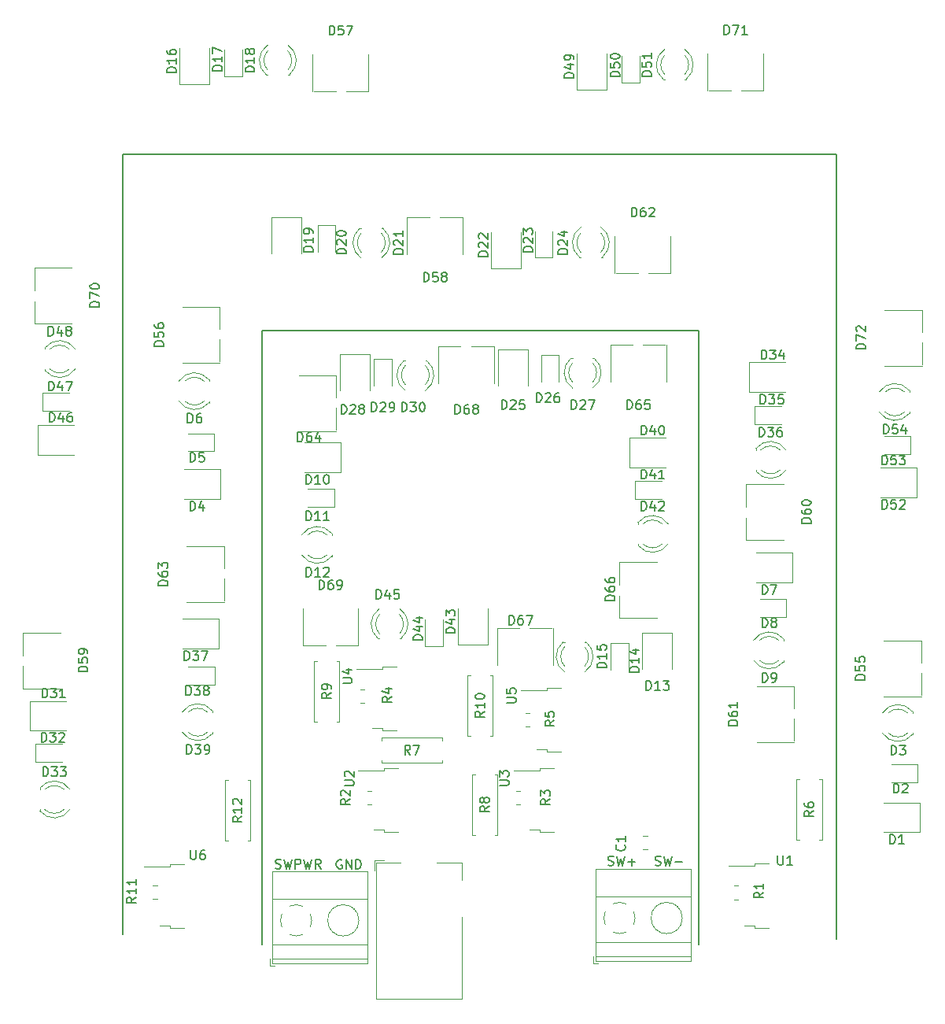
<source format=gbr>
%TF.GenerationSoftware,KiCad,Pcbnew,(6.0.11)*%
%TF.CreationDate,2023-06-08T13:51:31-05:00*%
%TF.ProjectId,LEDpanel,4c454470-616e-4656-9c2e-6b696361645f,rev?*%
%TF.SameCoordinates,Original*%
%TF.FileFunction,Legend,Top*%
%TF.FilePolarity,Positive*%
%FSLAX46Y46*%
G04 Gerber Fmt 4.6, Leading zero omitted, Abs format (unit mm)*
G04 Created by KiCad (PCBNEW (6.0.11)) date 2023-06-08 13:51:31*
%MOMM*%
%LPD*%
G01*
G04 APERTURE LIST*
%ADD10C,0.150000*%
%ADD11C,0.120000*%
G04 APERTURE END LIST*
D10*
X37500000Y-123930000D02*
X37500000Y-40000000D01*
X52500000Y-59000000D02*
X99500000Y-59000000D01*
X99500000Y-59000000D02*
X99500000Y-125000000D01*
X114300000Y-40000000D02*
X114300000Y-124460000D01*
X37500000Y-40000000D02*
X114300000Y-40000000D01*
X52500000Y-125028000D02*
X52500000Y-59000000D01*
X94821809Y-116482761D02*
X94964666Y-116530380D01*
X95202761Y-116530380D01*
X95298000Y-116482761D01*
X95345619Y-116435142D01*
X95393238Y-116339904D01*
X95393238Y-116244666D01*
X95345619Y-116149428D01*
X95298000Y-116101809D01*
X95202761Y-116054190D01*
X95012285Y-116006571D01*
X94917047Y-115958952D01*
X94869428Y-115911333D01*
X94821809Y-115816095D01*
X94821809Y-115720857D01*
X94869428Y-115625619D01*
X94917047Y-115578000D01*
X95012285Y-115530380D01*
X95250380Y-115530380D01*
X95393238Y-115578000D01*
X95726571Y-115530380D02*
X95964666Y-116530380D01*
X96155142Y-115816095D01*
X96345619Y-116530380D01*
X96583714Y-115530380D01*
X96964666Y-116149428D02*
X97726571Y-116149428D01*
X61068095Y-115950000D02*
X60972857Y-115902380D01*
X60830000Y-115902380D01*
X60687142Y-115950000D01*
X60591904Y-116045238D01*
X60544285Y-116140476D01*
X60496666Y-116330952D01*
X60496666Y-116473809D01*
X60544285Y-116664285D01*
X60591904Y-116759523D01*
X60687142Y-116854761D01*
X60830000Y-116902380D01*
X60925238Y-116902380D01*
X61068095Y-116854761D01*
X61115714Y-116807142D01*
X61115714Y-116473809D01*
X60925238Y-116473809D01*
X61544285Y-116902380D02*
X61544285Y-115902380D01*
X62115714Y-116902380D01*
X62115714Y-115902380D01*
X62591904Y-116902380D02*
X62591904Y-115902380D01*
X62830000Y-115902380D01*
X62972857Y-115950000D01*
X63068095Y-116045238D01*
X63115714Y-116140476D01*
X63163333Y-116330952D01*
X63163333Y-116473809D01*
X63115714Y-116664285D01*
X63068095Y-116759523D01*
X62972857Y-116854761D01*
X62830000Y-116902380D01*
X62591904Y-116902380D01*
X53951428Y-116814761D02*
X54094285Y-116862380D01*
X54332380Y-116862380D01*
X54427619Y-116814761D01*
X54475238Y-116767142D01*
X54522857Y-116671904D01*
X54522857Y-116576666D01*
X54475238Y-116481428D01*
X54427619Y-116433809D01*
X54332380Y-116386190D01*
X54141904Y-116338571D01*
X54046666Y-116290952D01*
X53999047Y-116243333D01*
X53951428Y-116148095D01*
X53951428Y-116052857D01*
X53999047Y-115957619D01*
X54046666Y-115910000D01*
X54141904Y-115862380D01*
X54380000Y-115862380D01*
X54522857Y-115910000D01*
X54856190Y-115862380D02*
X55094285Y-116862380D01*
X55284761Y-116148095D01*
X55475238Y-116862380D01*
X55713333Y-115862380D01*
X56094285Y-116862380D02*
X56094285Y-115862380D01*
X56475238Y-115862380D01*
X56570476Y-115910000D01*
X56618095Y-115957619D01*
X56665714Y-116052857D01*
X56665714Y-116195714D01*
X56618095Y-116290952D01*
X56570476Y-116338571D01*
X56475238Y-116386190D01*
X56094285Y-116386190D01*
X56999047Y-115862380D02*
X57237142Y-116862380D01*
X57427619Y-116148095D01*
X57618095Y-116862380D01*
X57856190Y-115862380D01*
X58808571Y-116862380D02*
X58475238Y-116386190D01*
X58237142Y-116862380D02*
X58237142Y-115862380D01*
X58618095Y-115862380D01*
X58713333Y-115910000D01*
X58760952Y-115957619D01*
X58808571Y-116052857D01*
X58808571Y-116195714D01*
X58760952Y-116290952D01*
X58713333Y-116338571D01*
X58618095Y-116386190D01*
X58237142Y-116386190D01*
X89741809Y-116482761D02*
X89884666Y-116530380D01*
X90122761Y-116530380D01*
X90218000Y-116482761D01*
X90265619Y-116435142D01*
X90313238Y-116339904D01*
X90313238Y-116244666D01*
X90265619Y-116149428D01*
X90218000Y-116101809D01*
X90122761Y-116054190D01*
X89932285Y-116006571D01*
X89837047Y-115958952D01*
X89789428Y-115911333D01*
X89741809Y-115816095D01*
X89741809Y-115720857D01*
X89789428Y-115625619D01*
X89837047Y-115578000D01*
X89932285Y-115530380D01*
X90170380Y-115530380D01*
X90313238Y-115578000D01*
X90646571Y-115530380D02*
X90884666Y-116530380D01*
X91075142Y-115816095D01*
X91265619Y-116530380D01*
X91503714Y-115530380D01*
X91884666Y-116149428D02*
X92646571Y-116149428D01*
X92265619Y-116530380D02*
X92265619Y-115768476D01*
%TO.C,U2*%
X61381380Y-107935904D02*
X62190904Y-107935904D01*
X62286142Y-107888285D01*
X62333761Y-107840666D01*
X62381380Y-107745428D01*
X62381380Y-107554952D01*
X62333761Y-107459714D01*
X62286142Y-107412095D01*
X62190904Y-107364476D01*
X61381380Y-107364476D01*
X61476619Y-106935904D02*
X61429000Y-106888285D01*
X61381380Y-106793047D01*
X61381380Y-106554952D01*
X61429000Y-106459714D01*
X61476619Y-106412095D01*
X61571857Y-106364476D01*
X61667095Y-106364476D01*
X61809952Y-106412095D01*
X62381380Y-106983523D01*
X62381380Y-106364476D01*
%TO.C,D63*%
X42358380Y-86406285D02*
X41358380Y-86406285D01*
X41358380Y-86168190D01*
X41406000Y-86025333D01*
X41501238Y-85930095D01*
X41596476Y-85882476D01*
X41786952Y-85834857D01*
X41929809Y-85834857D01*
X42120285Y-85882476D01*
X42215523Y-85930095D01*
X42310761Y-86025333D01*
X42358380Y-86168190D01*
X42358380Y-86406285D01*
X41358380Y-84977714D02*
X41358380Y-85168190D01*
X41406000Y-85263428D01*
X41453619Y-85311047D01*
X41596476Y-85406285D01*
X41786952Y-85453904D01*
X42167904Y-85453904D01*
X42263142Y-85406285D01*
X42310761Y-85358666D01*
X42358380Y-85263428D01*
X42358380Y-85072952D01*
X42310761Y-84977714D01*
X42263142Y-84930095D01*
X42167904Y-84882476D01*
X41929809Y-84882476D01*
X41834571Y-84930095D01*
X41786952Y-84977714D01*
X41739333Y-85072952D01*
X41739333Y-85263428D01*
X41786952Y-85358666D01*
X41834571Y-85406285D01*
X41929809Y-85453904D01*
X41358380Y-84549142D02*
X41358380Y-83930095D01*
X41739333Y-84263428D01*
X41739333Y-84120571D01*
X41786952Y-84025333D01*
X41834571Y-83977714D01*
X41929809Y-83930095D01*
X42167904Y-83930095D01*
X42263142Y-83977714D01*
X42310761Y-84025333D01*
X42358380Y-84120571D01*
X42358380Y-84406285D01*
X42310761Y-84501523D01*
X42263142Y-84549142D01*
%TO.C,D18*%
X51692380Y-31144285D02*
X50692380Y-31144285D01*
X50692380Y-30906190D01*
X50740000Y-30763333D01*
X50835238Y-30668095D01*
X50930476Y-30620476D01*
X51120952Y-30572857D01*
X51263809Y-30572857D01*
X51454285Y-30620476D01*
X51549523Y-30668095D01*
X51644761Y-30763333D01*
X51692380Y-30906190D01*
X51692380Y-31144285D01*
X51692380Y-29620476D02*
X51692380Y-30191904D01*
X51692380Y-29906190D02*
X50692380Y-29906190D01*
X50835238Y-30001428D01*
X50930476Y-30096666D01*
X50978095Y-30191904D01*
X51120952Y-29049047D02*
X51073333Y-29144285D01*
X51025714Y-29191904D01*
X50930476Y-29239523D01*
X50882857Y-29239523D01*
X50787619Y-29191904D01*
X50740000Y-29144285D01*
X50692380Y-29049047D01*
X50692380Y-28858571D01*
X50740000Y-28763333D01*
X50787619Y-28715714D01*
X50882857Y-28668095D01*
X50930476Y-28668095D01*
X51025714Y-28715714D01*
X51073333Y-28763333D01*
X51120952Y-28858571D01*
X51120952Y-29049047D01*
X51168571Y-29144285D01*
X51216190Y-29191904D01*
X51311428Y-29239523D01*
X51501904Y-29239523D01*
X51597142Y-29191904D01*
X51644761Y-29144285D01*
X51692380Y-29049047D01*
X51692380Y-28858571D01*
X51644761Y-28763333D01*
X51597142Y-28715714D01*
X51501904Y-28668095D01*
X51311428Y-28668095D01*
X51216190Y-28715714D01*
X51168571Y-28763333D01*
X51120952Y-28858571D01*
%TO.C,D32*%
X28760714Y-103227380D02*
X28760714Y-102227380D01*
X28998809Y-102227380D01*
X29141666Y-102275000D01*
X29236904Y-102370238D01*
X29284523Y-102465476D01*
X29332142Y-102655952D01*
X29332142Y-102798809D01*
X29284523Y-102989285D01*
X29236904Y-103084523D01*
X29141666Y-103179761D01*
X28998809Y-103227380D01*
X28760714Y-103227380D01*
X29665476Y-102227380D02*
X30284523Y-102227380D01*
X29951190Y-102608333D01*
X30094047Y-102608333D01*
X30189285Y-102655952D01*
X30236904Y-102703571D01*
X30284523Y-102798809D01*
X30284523Y-103036904D01*
X30236904Y-103132142D01*
X30189285Y-103179761D01*
X30094047Y-103227380D01*
X29808333Y-103227380D01*
X29713095Y-103179761D01*
X29665476Y-103132142D01*
X30665476Y-102322619D02*
X30713095Y-102275000D01*
X30808333Y-102227380D01*
X31046428Y-102227380D01*
X31141666Y-102275000D01*
X31189285Y-102322619D01*
X31236904Y-102417857D01*
X31236904Y-102513095D01*
X31189285Y-102655952D01*
X30617857Y-103227380D01*
X31236904Y-103227380D01*
%TO.C,D65*%
X91781714Y-67452380D02*
X91781714Y-66452380D01*
X92019809Y-66452380D01*
X92162666Y-66500000D01*
X92257904Y-66595238D01*
X92305523Y-66690476D01*
X92353142Y-66880952D01*
X92353142Y-67023809D01*
X92305523Y-67214285D01*
X92257904Y-67309523D01*
X92162666Y-67404761D01*
X92019809Y-67452380D01*
X91781714Y-67452380D01*
X93210285Y-66452380D02*
X93019809Y-66452380D01*
X92924571Y-66500000D01*
X92876952Y-66547619D01*
X92781714Y-66690476D01*
X92734095Y-66880952D01*
X92734095Y-67261904D01*
X92781714Y-67357142D01*
X92829333Y-67404761D01*
X92924571Y-67452380D01*
X93115047Y-67452380D01*
X93210285Y-67404761D01*
X93257904Y-67357142D01*
X93305523Y-67261904D01*
X93305523Y-67023809D01*
X93257904Y-66928571D01*
X93210285Y-66880952D01*
X93115047Y-66833333D01*
X92924571Y-66833333D01*
X92829333Y-66880952D01*
X92781714Y-66928571D01*
X92734095Y-67023809D01*
X94210285Y-66452380D02*
X93734095Y-66452380D01*
X93686476Y-66928571D01*
X93734095Y-66880952D01*
X93829333Y-66833333D01*
X94067428Y-66833333D01*
X94162666Y-66880952D01*
X94210285Y-66928571D01*
X94257904Y-67023809D01*
X94257904Y-67261904D01*
X94210285Y-67357142D01*
X94162666Y-67404761D01*
X94067428Y-67452380D01*
X93829333Y-67452380D01*
X93734095Y-67404761D01*
X93686476Y-67357142D01*
%TO.C,D3*%
X120191904Y-104612380D02*
X120191904Y-103612380D01*
X120430000Y-103612380D01*
X120572857Y-103660000D01*
X120668095Y-103755238D01*
X120715714Y-103850476D01*
X120763333Y-104040952D01*
X120763333Y-104183809D01*
X120715714Y-104374285D01*
X120668095Y-104469523D01*
X120572857Y-104564761D01*
X120430000Y-104612380D01*
X120191904Y-104612380D01*
X121096666Y-103612380D02*
X121715714Y-103612380D01*
X121382380Y-103993333D01*
X121525238Y-103993333D01*
X121620476Y-104040952D01*
X121668095Y-104088571D01*
X121715714Y-104183809D01*
X121715714Y-104421904D01*
X121668095Y-104517142D01*
X121620476Y-104564761D01*
X121525238Y-104612380D01*
X121239523Y-104612380D01*
X121144285Y-104564761D01*
X121096666Y-104517142D01*
%TO.C,D29*%
X64285714Y-67702380D02*
X64285714Y-66702380D01*
X64523809Y-66702380D01*
X64666666Y-66750000D01*
X64761904Y-66845238D01*
X64809523Y-66940476D01*
X64857142Y-67130952D01*
X64857142Y-67273809D01*
X64809523Y-67464285D01*
X64761904Y-67559523D01*
X64666666Y-67654761D01*
X64523809Y-67702380D01*
X64285714Y-67702380D01*
X65238095Y-66797619D02*
X65285714Y-66750000D01*
X65380952Y-66702380D01*
X65619047Y-66702380D01*
X65714285Y-66750000D01*
X65761904Y-66797619D01*
X65809523Y-66892857D01*
X65809523Y-66988095D01*
X65761904Y-67130952D01*
X65190476Y-67702380D01*
X65809523Y-67702380D01*
X66285714Y-67702380D02*
X66476190Y-67702380D01*
X66571428Y-67654761D01*
X66619047Y-67607142D01*
X66714285Y-67464285D01*
X66761904Y-67273809D01*
X66761904Y-66892857D01*
X66714285Y-66797619D01*
X66666666Y-66750000D01*
X66571428Y-66702380D01*
X66380952Y-66702380D01*
X66285714Y-66750000D01*
X66238095Y-66797619D01*
X66190476Y-66892857D01*
X66190476Y-67130952D01*
X66238095Y-67226190D01*
X66285714Y-67273809D01*
X66380952Y-67321428D01*
X66571428Y-67321428D01*
X66666666Y-67273809D01*
X66714285Y-67226190D01*
X66761904Y-67130952D01*
%TO.C,D58*%
X69905714Y-53736380D02*
X69905714Y-52736380D01*
X70143809Y-52736380D01*
X70286666Y-52784000D01*
X70381904Y-52879238D01*
X70429523Y-52974476D01*
X70477142Y-53164952D01*
X70477142Y-53307809D01*
X70429523Y-53498285D01*
X70381904Y-53593523D01*
X70286666Y-53688761D01*
X70143809Y-53736380D01*
X69905714Y-53736380D01*
X71381904Y-52736380D02*
X70905714Y-52736380D01*
X70858095Y-53212571D01*
X70905714Y-53164952D01*
X71000952Y-53117333D01*
X71239047Y-53117333D01*
X71334285Y-53164952D01*
X71381904Y-53212571D01*
X71429523Y-53307809D01*
X71429523Y-53545904D01*
X71381904Y-53641142D01*
X71334285Y-53688761D01*
X71239047Y-53736380D01*
X71000952Y-53736380D01*
X70905714Y-53688761D01*
X70858095Y-53641142D01*
X72000952Y-53164952D02*
X71905714Y-53117333D01*
X71858095Y-53069714D01*
X71810476Y-52974476D01*
X71810476Y-52926857D01*
X71858095Y-52831619D01*
X71905714Y-52784000D01*
X72000952Y-52736380D01*
X72191428Y-52736380D01*
X72286666Y-52784000D01*
X72334285Y-52831619D01*
X72381904Y-52926857D01*
X72381904Y-52974476D01*
X72334285Y-53069714D01*
X72286666Y-53117333D01*
X72191428Y-53164952D01*
X72000952Y-53164952D01*
X71905714Y-53212571D01*
X71858095Y-53260190D01*
X71810476Y-53355428D01*
X71810476Y-53545904D01*
X71858095Y-53641142D01*
X71905714Y-53688761D01*
X72000952Y-53736380D01*
X72191428Y-53736380D01*
X72286666Y-53688761D01*
X72334285Y-53641142D01*
X72381904Y-53545904D01*
X72381904Y-53355428D01*
X72334285Y-53260190D01*
X72286666Y-53212571D01*
X72191428Y-53164952D01*
%TO.C,D49*%
X86035380Y-31804285D02*
X85035380Y-31804285D01*
X85035380Y-31566190D01*
X85083000Y-31423333D01*
X85178238Y-31328095D01*
X85273476Y-31280476D01*
X85463952Y-31232857D01*
X85606809Y-31232857D01*
X85797285Y-31280476D01*
X85892523Y-31328095D01*
X85987761Y-31423333D01*
X86035380Y-31566190D01*
X86035380Y-31804285D01*
X85368714Y-30375714D02*
X86035380Y-30375714D01*
X84987761Y-30613809D02*
X85702047Y-30851904D01*
X85702047Y-30232857D01*
X86035380Y-29804285D02*
X86035380Y-29613809D01*
X85987761Y-29518571D01*
X85940142Y-29470952D01*
X85797285Y-29375714D01*
X85606809Y-29328095D01*
X85225857Y-29328095D01*
X85130619Y-29375714D01*
X85083000Y-29423333D01*
X85035380Y-29518571D01*
X85035380Y-29709047D01*
X85083000Y-29804285D01*
X85130619Y-29851904D01*
X85225857Y-29899523D01*
X85463952Y-29899523D01*
X85559190Y-29851904D01*
X85606809Y-29804285D01*
X85654428Y-29709047D01*
X85654428Y-29518571D01*
X85606809Y-29423333D01*
X85559190Y-29375714D01*
X85463952Y-29328095D01*
%TO.C,D9*%
X106327904Y-96796380D02*
X106327904Y-95796380D01*
X106566000Y-95796380D01*
X106708857Y-95844000D01*
X106804095Y-95939238D01*
X106851714Y-96034476D01*
X106899333Y-96224952D01*
X106899333Y-96367809D01*
X106851714Y-96558285D01*
X106804095Y-96653523D01*
X106708857Y-96748761D01*
X106566000Y-96796380D01*
X106327904Y-96796380D01*
X107375523Y-96796380D02*
X107566000Y-96796380D01*
X107661238Y-96748761D01*
X107708857Y-96701142D01*
X107804095Y-96558285D01*
X107851714Y-96367809D01*
X107851714Y-95986857D01*
X107804095Y-95891619D01*
X107756476Y-95844000D01*
X107661238Y-95796380D01*
X107470761Y-95796380D01*
X107375523Y-95844000D01*
X107327904Y-95891619D01*
X107280285Y-95986857D01*
X107280285Y-96224952D01*
X107327904Y-96320190D01*
X107375523Y-96367809D01*
X107470761Y-96415428D01*
X107661238Y-96415428D01*
X107756476Y-96367809D01*
X107804095Y-96320190D01*
X107851714Y-96224952D01*
%TO.C,D45*%
X64785714Y-87852380D02*
X64785714Y-86852380D01*
X65023809Y-86852380D01*
X65166666Y-86900000D01*
X65261904Y-86995238D01*
X65309523Y-87090476D01*
X65357142Y-87280952D01*
X65357142Y-87423809D01*
X65309523Y-87614285D01*
X65261904Y-87709523D01*
X65166666Y-87804761D01*
X65023809Y-87852380D01*
X64785714Y-87852380D01*
X66214285Y-87185714D02*
X66214285Y-87852380D01*
X65976190Y-86804761D02*
X65738095Y-87519047D01*
X66357142Y-87519047D01*
X67214285Y-86852380D02*
X66738095Y-86852380D01*
X66690476Y-87328571D01*
X66738095Y-87280952D01*
X66833333Y-87233333D01*
X67071428Y-87233333D01*
X67166666Y-87280952D01*
X67214285Y-87328571D01*
X67261904Y-87423809D01*
X67261904Y-87661904D01*
X67214285Y-87757142D01*
X67166666Y-87804761D01*
X67071428Y-87852380D01*
X66833333Y-87852380D01*
X66738095Y-87804761D01*
X66690476Y-87757142D01*
%TO.C,D22*%
X76792380Y-50998285D02*
X75792380Y-50998285D01*
X75792380Y-50760190D01*
X75840000Y-50617333D01*
X75935238Y-50522095D01*
X76030476Y-50474476D01*
X76220952Y-50426857D01*
X76363809Y-50426857D01*
X76554285Y-50474476D01*
X76649523Y-50522095D01*
X76744761Y-50617333D01*
X76792380Y-50760190D01*
X76792380Y-50998285D01*
X75887619Y-50045904D02*
X75840000Y-49998285D01*
X75792380Y-49903047D01*
X75792380Y-49664952D01*
X75840000Y-49569714D01*
X75887619Y-49522095D01*
X75982857Y-49474476D01*
X76078095Y-49474476D01*
X76220952Y-49522095D01*
X76792380Y-50093523D01*
X76792380Y-49474476D01*
X75887619Y-49093523D02*
X75840000Y-49045904D01*
X75792380Y-48950666D01*
X75792380Y-48712571D01*
X75840000Y-48617333D01*
X75887619Y-48569714D01*
X75982857Y-48522095D01*
X76078095Y-48522095D01*
X76220952Y-48569714D01*
X76792380Y-49141142D01*
X76792380Y-48522095D01*
%TO.C,D60*%
X111557380Y-79700285D02*
X110557380Y-79700285D01*
X110557380Y-79462190D01*
X110605000Y-79319333D01*
X110700238Y-79224095D01*
X110795476Y-79176476D01*
X110985952Y-79128857D01*
X111128809Y-79128857D01*
X111319285Y-79176476D01*
X111414523Y-79224095D01*
X111509761Y-79319333D01*
X111557380Y-79462190D01*
X111557380Y-79700285D01*
X110557380Y-78271714D02*
X110557380Y-78462190D01*
X110605000Y-78557428D01*
X110652619Y-78605047D01*
X110795476Y-78700285D01*
X110985952Y-78747904D01*
X111366904Y-78747904D01*
X111462142Y-78700285D01*
X111509761Y-78652666D01*
X111557380Y-78557428D01*
X111557380Y-78366952D01*
X111509761Y-78271714D01*
X111462142Y-78224095D01*
X111366904Y-78176476D01*
X111128809Y-78176476D01*
X111033571Y-78224095D01*
X110985952Y-78271714D01*
X110938333Y-78366952D01*
X110938333Y-78557428D01*
X110985952Y-78652666D01*
X111033571Y-78700285D01*
X111128809Y-78747904D01*
X110557380Y-77557428D02*
X110557380Y-77462190D01*
X110605000Y-77366952D01*
X110652619Y-77319333D01*
X110747857Y-77271714D01*
X110938333Y-77224095D01*
X111176428Y-77224095D01*
X111366904Y-77271714D01*
X111462142Y-77319333D01*
X111509761Y-77366952D01*
X111557380Y-77462190D01*
X111557380Y-77557428D01*
X111509761Y-77652666D01*
X111462142Y-77700285D01*
X111366904Y-77747904D01*
X111176428Y-77795523D01*
X110938333Y-77795523D01*
X110747857Y-77747904D01*
X110652619Y-77700285D01*
X110605000Y-77652666D01*
X110557380Y-77557428D01*
%TO.C,D26*%
X82035714Y-66702380D02*
X82035714Y-65702380D01*
X82273809Y-65702380D01*
X82416666Y-65750000D01*
X82511904Y-65845238D01*
X82559523Y-65940476D01*
X82607142Y-66130952D01*
X82607142Y-66273809D01*
X82559523Y-66464285D01*
X82511904Y-66559523D01*
X82416666Y-66654761D01*
X82273809Y-66702380D01*
X82035714Y-66702380D01*
X82988095Y-65797619D02*
X83035714Y-65750000D01*
X83130952Y-65702380D01*
X83369047Y-65702380D01*
X83464285Y-65750000D01*
X83511904Y-65797619D01*
X83559523Y-65892857D01*
X83559523Y-65988095D01*
X83511904Y-66130952D01*
X82940476Y-66702380D01*
X83559523Y-66702380D01*
X84416666Y-65702380D02*
X84226190Y-65702380D01*
X84130952Y-65750000D01*
X84083333Y-65797619D01*
X83988095Y-65940476D01*
X83940476Y-66130952D01*
X83940476Y-66511904D01*
X83988095Y-66607142D01*
X84035714Y-66654761D01*
X84130952Y-66702380D01*
X84321428Y-66702380D01*
X84416666Y-66654761D01*
X84464285Y-66607142D01*
X84511904Y-66511904D01*
X84511904Y-66273809D01*
X84464285Y-66178571D01*
X84416666Y-66130952D01*
X84321428Y-66083333D01*
X84130952Y-66083333D01*
X84035714Y-66130952D01*
X83988095Y-66178571D01*
X83940476Y-66273809D01*
%TO.C,D25*%
X78285714Y-67452380D02*
X78285714Y-66452380D01*
X78523809Y-66452380D01*
X78666666Y-66500000D01*
X78761904Y-66595238D01*
X78809523Y-66690476D01*
X78857142Y-66880952D01*
X78857142Y-67023809D01*
X78809523Y-67214285D01*
X78761904Y-67309523D01*
X78666666Y-67404761D01*
X78523809Y-67452380D01*
X78285714Y-67452380D01*
X79238095Y-66547619D02*
X79285714Y-66500000D01*
X79380952Y-66452380D01*
X79619047Y-66452380D01*
X79714285Y-66500000D01*
X79761904Y-66547619D01*
X79809523Y-66642857D01*
X79809523Y-66738095D01*
X79761904Y-66880952D01*
X79190476Y-67452380D01*
X79809523Y-67452380D01*
X80714285Y-66452380D02*
X80238095Y-66452380D01*
X80190476Y-66928571D01*
X80238095Y-66880952D01*
X80333333Y-66833333D01*
X80571428Y-66833333D01*
X80666666Y-66880952D01*
X80714285Y-66928571D01*
X80761904Y-67023809D01*
X80761904Y-67261904D01*
X80714285Y-67357142D01*
X80666666Y-67404761D01*
X80571428Y-67452380D01*
X80333333Y-67452380D01*
X80238095Y-67404761D01*
X80190476Y-67357142D01*
%TO.C,D35*%
X106136714Y-66874380D02*
X106136714Y-65874380D01*
X106374809Y-65874380D01*
X106517666Y-65922000D01*
X106612904Y-66017238D01*
X106660523Y-66112476D01*
X106708142Y-66302952D01*
X106708142Y-66445809D01*
X106660523Y-66636285D01*
X106612904Y-66731523D01*
X106517666Y-66826761D01*
X106374809Y-66874380D01*
X106136714Y-66874380D01*
X107041476Y-65874380D02*
X107660523Y-65874380D01*
X107327190Y-66255333D01*
X107470047Y-66255333D01*
X107565285Y-66302952D01*
X107612904Y-66350571D01*
X107660523Y-66445809D01*
X107660523Y-66683904D01*
X107612904Y-66779142D01*
X107565285Y-66826761D01*
X107470047Y-66874380D01*
X107184333Y-66874380D01*
X107089095Y-66826761D01*
X107041476Y-66779142D01*
X108565285Y-65874380D02*
X108089095Y-65874380D01*
X108041476Y-66350571D01*
X108089095Y-66302952D01*
X108184333Y-66255333D01*
X108422428Y-66255333D01*
X108517666Y-66302952D01*
X108565285Y-66350571D01*
X108612904Y-66445809D01*
X108612904Y-66683904D01*
X108565285Y-66779142D01*
X108517666Y-66826761D01*
X108422428Y-66874380D01*
X108184333Y-66874380D01*
X108089095Y-66826761D01*
X108041476Y-66779142D01*
%TO.C,U4*%
X61185380Y-96912904D02*
X61994904Y-96912904D01*
X62090142Y-96865285D01*
X62137761Y-96817666D01*
X62185380Y-96722428D01*
X62185380Y-96531952D01*
X62137761Y-96436714D01*
X62090142Y-96389095D01*
X61994904Y-96341476D01*
X61185380Y-96341476D01*
X61518714Y-95436714D02*
X62185380Y-95436714D01*
X61137761Y-95674809D02*
X61852047Y-95912904D01*
X61852047Y-95293857D01*
%TO.C,D40*%
X93305714Y-70188380D02*
X93305714Y-69188380D01*
X93543809Y-69188380D01*
X93686666Y-69236000D01*
X93781904Y-69331238D01*
X93829523Y-69426476D01*
X93877142Y-69616952D01*
X93877142Y-69759809D01*
X93829523Y-69950285D01*
X93781904Y-70045523D01*
X93686666Y-70140761D01*
X93543809Y-70188380D01*
X93305714Y-70188380D01*
X94734285Y-69521714D02*
X94734285Y-70188380D01*
X94496190Y-69140761D02*
X94258095Y-69855047D01*
X94877142Y-69855047D01*
X95448571Y-69188380D02*
X95543809Y-69188380D01*
X95639047Y-69236000D01*
X95686666Y-69283619D01*
X95734285Y-69378857D01*
X95781904Y-69569333D01*
X95781904Y-69807428D01*
X95734285Y-69997904D01*
X95686666Y-70093142D01*
X95639047Y-70140761D01*
X95543809Y-70188380D01*
X95448571Y-70188380D01*
X95353333Y-70140761D01*
X95305714Y-70093142D01*
X95258095Y-69997904D01*
X95210476Y-69807428D01*
X95210476Y-69569333D01*
X95258095Y-69378857D01*
X95305714Y-69283619D01*
X95353333Y-69236000D01*
X95448571Y-69188380D01*
%TO.C,D13*%
X93813714Y-97652380D02*
X93813714Y-96652380D01*
X94051809Y-96652380D01*
X94194666Y-96700000D01*
X94289904Y-96795238D01*
X94337523Y-96890476D01*
X94385142Y-97080952D01*
X94385142Y-97223809D01*
X94337523Y-97414285D01*
X94289904Y-97509523D01*
X94194666Y-97604761D01*
X94051809Y-97652380D01*
X93813714Y-97652380D01*
X95337523Y-97652380D02*
X94766095Y-97652380D01*
X95051809Y-97652380D02*
X95051809Y-96652380D01*
X94956571Y-96795238D01*
X94861333Y-96890476D01*
X94766095Y-96938095D01*
X95670857Y-96652380D02*
X96289904Y-96652380D01*
X95956571Y-97033333D01*
X96099428Y-97033333D01*
X96194666Y-97080952D01*
X96242285Y-97128571D01*
X96289904Y-97223809D01*
X96289904Y-97461904D01*
X96242285Y-97557142D01*
X96194666Y-97604761D01*
X96099428Y-97652380D01*
X95813714Y-97652380D01*
X95718476Y-97604761D01*
X95670857Y-97557142D01*
%TO.C,D39*%
X44375714Y-104522380D02*
X44375714Y-103522380D01*
X44613809Y-103522380D01*
X44756666Y-103570000D01*
X44851904Y-103665238D01*
X44899523Y-103760476D01*
X44947142Y-103950952D01*
X44947142Y-104093809D01*
X44899523Y-104284285D01*
X44851904Y-104379523D01*
X44756666Y-104474761D01*
X44613809Y-104522380D01*
X44375714Y-104522380D01*
X45280476Y-103522380D02*
X45899523Y-103522380D01*
X45566190Y-103903333D01*
X45709047Y-103903333D01*
X45804285Y-103950952D01*
X45851904Y-103998571D01*
X45899523Y-104093809D01*
X45899523Y-104331904D01*
X45851904Y-104427142D01*
X45804285Y-104474761D01*
X45709047Y-104522380D01*
X45423333Y-104522380D01*
X45328095Y-104474761D01*
X45280476Y-104427142D01*
X46375714Y-104522380D02*
X46566190Y-104522380D01*
X46661428Y-104474761D01*
X46709047Y-104427142D01*
X46804285Y-104284285D01*
X46851904Y-104093809D01*
X46851904Y-103712857D01*
X46804285Y-103617619D01*
X46756666Y-103570000D01*
X46661428Y-103522380D01*
X46470952Y-103522380D01*
X46375714Y-103570000D01*
X46328095Y-103617619D01*
X46280476Y-103712857D01*
X46280476Y-103950952D01*
X46328095Y-104046190D01*
X46375714Y-104093809D01*
X46470952Y-104141428D01*
X46661428Y-104141428D01*
X46756666Y-104093809D01*
X46804285Y-104046190D01*
X46851904Y-103950952D01*
%TO.C,U1*%
X107988095Y-115452380D02*
X107988095Y-116261904D01*
X108035714Y-116357142D01*
X108083333Y-116404761D01*
X108178571Y-116452380D01*
X108369047Y-116452380D01*
X108464285Y-116404761D01*
X108511904Y-116357142D01*
X108559523Y-116261904D01*
X108559523Y-115452380D01*
X109559523Y-116452380D02*
X108988095Y-116452380D01*
X109273809Y-116452380D02*
X109273809Y-115452380D01*
X109178571Y-115595238D01*
X109083333Y-115690476D01*
X108988095Y-115738095D01*
%TO.C,R3*%
X83494380Y-109386666D02*
X83018190Y-109720000D01*
X83494380Y-109958095D02*
X82494380Y-109958095D01*
X82494380Y-109577142D01*
X82542000Y-109481904D01*
X82589619Y-109434285D01*
X82684857Y-109386666D01*
X82827714Y-109386666D01*
X82922952Y-109434285D01*
X82970571Y-109481904D01*
X83018190Y-109577142D01*
X83018190Y-109958095D01*
X82494380Y-109053333D02*
X82494380Y-108434285D01*
X82875333Y-108767619D01*
X82875333Y-108624761D01*
X82922952Y-108529523D01*
X82970571Y-108481904D01*
X83065809Y-108434285D01*
X83303904Y-108434285D01*
X83399142Y-108481904D01*
X83446761Y-108529523D01*
X83494380Y-108624761D01*
X83494380Y-108910476D01*
X83446761Y-109005714D01*
X83399142Y-109053333D01*
%TO.C,D46*%
X29635714Y-68802380D02*
X29635714Y-67802380D01*
X29873809Y-67802380D01*
X30016666Y-67850000D01*
X30111904Y-67945238D01*
X30159523Y-68040476D01*
X30207142Y-68230952D01*
X30207142Y-68373809D01*
X30159523Y-68564285D01*
X30111904Y-68659523D01*
X30016666Y-68754761D01*
X29873809Y-68802380D01*
X29635714Y-68802380D01*
X31064285Y-68135714D02*
X31064285Y-68802380D01*
X30826190Y-67754761D02*
X30588095Y-68469047D01*
X31207142Y-68469047D01*
X32016666Y-67802380D02*
X31826190Y-67802380D01*
X31730952Y-67850000D01*
X31683333Y-67897619D01*
X31588095Y-68040476D01*
X31540476Y-68230952D01*
X31540476Y-68611904D01*
X31588095Y-68707142D01*
X31635714Y-68754761D01*
X31730952Y-68802380D01*
X31921428Y-68802380D01*
X32016666Y-68754761D01*
X32064285Y-68707142D01*
X32111904Y-68611904D01*
X32111904Y-68373809D01*
X32064285Y-68278571D01*
X32016666Y-68230952D01*
X31921428Y-68183333D01*
X31730952Y-68183333D01*
X31635714Y-68230952D01*
X31588095Y-68278571D01*
X31540476Y-68373809D01*
%TO.C,D37*%
X44145714Y-94462380D02*
X44145714Y-93462380D01*
X44383809Y-93462380D01*
X44526666Y-93510000D01*
X44621904Y-93605238D01*
X44669523Y-93700476D01*
X44717142Y-93890952D01*
X44717142Y-94033809D01*
X44669523Y-94224285D01*
X44621904Y-94319523D01*
X44526666Y-94414761D01*
X44383809Y-94462380D01*
X44145714Y-94462380D01*
X45050476Y-93462380D02*
X45669523Y-93462380D01*
X45336190Y-93843333D01*
X45479047Y-93843333D01*
X45574285Y-93890952D01*
X45621904Y-93938571D01*
X45669523Y-94033809D01*
X45669523Y-94271904D01*
X45621904Y-94367142D01*
X45574285Y-94414761D01*
X45479047Y-94462380D01*
X45193333Y-94462380D01*
X45098095Y-94414761D01*
X45050476Y-94367142D01*
X46002857Y-93462380D02*
X46669523Y-93462380D01*
X46240952Y-94462380D01*
%TO.C,R1*%
X106452380Y-119416666D02*
X105976190Y-119750000D01*
X106452380Y-119988095D02*
X105452380Y-119988095D01*
X105452380Y-119607142D01*
X105500000Y-119511904D01*
X105547619Y-119464285D01*
X105642857Y-119416666D01*
X105785714Y-119416666D01*
X105880952Y-119464285D01*
X105928571Y-119511904D01*
X105976190Y-119607142D01*
X105976190Y-119988095D01*
X106452380Y-118464285D02*
X106452380Y-119035714D01*
X106452380Y-118750000D02*
X105452380Y-118750000D01*
X105595238Y-118845238D01*
X105690476Y-118940476D01*
X105738095Y-119035714D01*
%TO.C,C1*%
X91495042Y-114314266D02*
X91542661Y-114361885D01*
X91590280Y-114504742D01*
X91590280Y-114599980D01*
X91542661Y-114742838D01*
X91447423Y-114838076D01*
X91352185Y-114885695D01*
X91161709Y-114933314D01*
X91018852Y-114933314D01*
X90828376Y-114885695D01*
X90733138Y-114838076D01*
X90637900Y-114742838D01*
X90590280Y-114599980D01*
X90590280Y-114504742D01*
X90637900Y-114361885D01*
X90685519Y-114314266D01*
X91590280Y-113361885D02*
X91590280Y-113933314D01*
X91590280Y-113647600D02*
X90590280Y-113647600D01*
X90733138Y-113742838D01*
X90828376Y-113838076D01*
X90875995Y-113933314D01*
%TO.C,D16*%
X43252380Y-31214285D02*
X42252380Y-31214285D01*
X42252380Y-30976190D01*
X42300000Y-30833333D01*
X42395238Y-30738095D01*
X42490476Y-30690476D01*
X42680952Y-30642857D01*
X42823809Y-30642857D01*
X43014285Y-30690476D01*
X43109523Y-30738095D01*
X43204761Y-30833333D01*
X43252380Y-30976190D01*
X43252380Y-31214285D01*
X43252380Y-29690476D02*
X43252380Y-30261904D01*
X43252380Y-29976190D02*
X42252380Y-29976190D01*
X42395238Y-30071428D01*
X42490476Y-30166666D01*
X42538095Y-30261904D01*
X42252380Y-28833333D02*
X42252380Y-29023809D01*
X42300000Y-29119047D01*
X42347619Y-29166666D01*
X42490476Y-29261904D01*
X42680952Y-29309523D01*
X43061904Y-29309523D01*
X43157142Y-29261904D01*
X43204761Y-29214285D01*
X43252380Y-29119047D01*
X43252380Y-28928571D01*
X43204761Y-28833333D01*
X43157142Y-28785714D01*
X43061904Y-28738095D01*
X42823809Y-28738095D01*
X42728571Y-28785714D01*
X42680952Y-28833333D01*
X42633333Y-28928571D01*
X42633333Y-29119047D01*
X42680952Y-29214285D01*
X42728571Y-29261904D01*
X42823809Y-29309523D01*
%TO.C,R4*%
X66452380Y-98366666D02*
X65976190Y-98700000D01*
X66452380Y-98938095D02*
X65452380Y-98938095D01*
X65452380Y-98557142D01*
X65500000Y-98461904D01*
X65547619Y-98414285D01*
X65642857Y-98366666D01*
X65785714Y-98366666D01*
X65880952Y-98414285D01*
X65928571Y-98461904D01*
X65976190Y-98557142D01*
X65976190Y-98938095D01*
X65785714Y-97509523D02*
X66452380Y-97509523D01*
X65404761Y-97747619D02*
X66119047Y-97985714D01*
X66119047Y-97366666D01*
%TO.C,D62*%
X92257714Y-46736380D02*
X92257714Y-45736380D01*
X92495809Y-45736380D01*
X92638666Y-45784000D01*
X92733904Y-45879238D01*
X92781523Y-45974476D01*
X92829142Y-46164952D01*
X92829142Y-46307809D01*
X92781523Y-46498285D01*
X92733904Y-46593523D01*
X92638666Y-46688761D01*
X92495809Y-46736380D01*
X92257714Y-46736380D01*
X93686285Y-45736380D02*
X93495809Y-45736380D01*
X93400571Y-45784000D01*
X93352952Y-45831619D01*
X93257714Y-45974476D01*
X93210095Y-46164952D01*
X93210095Y-46545904D01*
X93257714Y-46641142D01*
X93305333Y-46688761D01*
X93400571Y-46736380D01*
X93591047Y-46736380D01*
X93686285Y-46688761D01*
X93733904Y-46641142D01*
X93781523Y-46545904D01*
X93781523Y-46307809D01*
X93733904Y-46212571D01*
X93686285Y-46164952D01*
X93591047Y-46117333D01*
X93400571Y-46117333D01*
X93305333Y-46164952D01*
X93257714Y-46212571D01*
X93210095Y-46307809D01*
X94162476Y-45831619D02*
X94210095Y-45784000D01*
X94305333Y-45736380D01*
X94543428Y-45736380D01*
X94638666Y-45784000D01*
X94686285Y-45831619D01*
X94733904Y-45926857D01*
X94733904Y-46022095D01*
X94686285Y-46164952D01*
X94114857Y-46736380D01*
X94733904Y-46736380D01*
%TO.C,D47*%
X29535714Y-65452380D02*
X29535714Y-64452380D01*
X29773809Y-64452380D01*
X29916666Y-64500000D01*
X30011904Y-64595238D01*
X30059523Y-64690476D01*
X30107142Y-64880952D01*
X30107142Y-65023809D01*
X30059523Y-65214285D01*
X30011904Y-65309523D01*
X29916666Y-65404761D01*
X29773809Y-65452380D01*
X29535714Y-65452380D01*
X30964285Y-64785714D02*
X30964285Y-65452380D01*
X30726190Y-64404761D02*
X30488095Y-65119047D01*
X31107142Y-65119047D01*
X31392857Y-64452380D02*
X32059523Y-64452380D01*
X31630952Y-65452380D01*
%TO.C,D34*%
X106226714Y-62060380D02*
X106226714Y-61060380D01*
X106464809Y-61060380D01*
X106607666Y-61108000D01*
X106702904Y-61203238D01*
X106750523Y-61298476D01*
X106798142Y-61488952D01*
X106798142Y-61631809D01*
X106750523Y-61822285D01*
X106702904Y-61917523D01*
X106607666Y-62012761D01*
X106464809Y-62060380D01*
X106226714Y-62060380D01*
X107131476Y-61060380D02*
X107750523Y-61060380D01*
X107417190Y-61441333D01*
X107560047Y-61441333D01*
X107655285Y-61488952D01*
X107702904Y-61536571D01*
X107750523Y-61631809D01*
X107750523Y-61869904D01*
X107702904Y-61965142D01*
X107655285Y-62012761D01*
X107560047Y-62060380D01*
X107274333Y-62060380D01*
X107179095Y-62012761D01*
X107131476Y-61965142D01*
X108607666Y-61393714D02*
X108607666Y-62060380D01*
X108369571Y-61012761D02*
X108131476Y-61727047D01*
X108750523Y-61727047D01*
%TO.C,D38*%
X44315714Y-98212380D02*
X44315714Y-97212380D01*
X44553809Y-97212380D01*
X44696666Y-97260000D01*
X44791904Y-97355238D01*
X44839523Y-97450476D01*
X44887142Y-97640952D01*
X44887142Y-97783809D01*
X44839523Y-97974285D01*
X44791904Y-98069523D01*
X44696666Y-98164761D01*
X44553809Y-98212380D01*
X44315714Y-98212380D01*
X45220476Y-97212380D02*
X45839523Y-97212380D01*
X45506190Y-97593333D01*
X45649047Y-97593333D01*
X45744285Y-97640952D01*
X45791904Y-97688571D01*
X45839523Y-97783809D01*
X45839523Y-98021904D01*
X45791904Y-98117142D01*
X45744285Y-98164761D01*
X45649047Y-98212380D01*
X45363333Y-98212380D01*
X45268095Y-98164761D01*
X45220476Y-98117142D01*
X46410952Y-97640952D02*
X46315714Y-97593333D01*
X46268095Y-97545714D01*
X46220476Y-97450476D01*
X46220476Y-97402857D01*
X46268095Y-97307619D01*
X46315714Y-97260000D01*
X46410952Y-97212380D01*
X46601428Y-97212380D01*
X46696666Y-97260000D01*
X46744285Y-97307619D01*
X46791904Y-97402857D01*
X46791904Y-97450476D01*
X46744285Y-97545714D01*
X46696666Y-97593333D01*
X46601428Y-97640952D01*
X46410952Y-97640952D01*
X46315714Y-97688571D01*
X46268095Y-97736190D01*
X46220476Y-97831428D01*
X46220476Y-98021904D01*
X46268095Y-98117142D01*
X46315714Y-98164761D01*
X46410952Y-98212380D01*
X46601428Y-98212380D01*
X46696666Y-98164761D01*
X46744285Y-98117142D01*
X46791904Y-98021904D01*
X46791904Y-97831428D01*
X46744285Y-97736190D01*
X46696666Y-97688571D01*
X46601428Y-97640952D01*
%TO.C,D36*%
X105996714Y-70390380D02*
X105996714Y-69390380D01*
X106234809Y-69390380D01*
X106377666Y-69438000D01*
X106472904Y-69533238D01*
X106520523Y-69628476D01*
X106568142Y-69818952D01*
X106568142Y-69961809D01*
X106520523Y-70152285D01*
X106472904Y-70247523D01*
X106377666Y-70342761D01*
X106234809Y-70390380D01*
X105996714Y-70390380D01*
X106901476Y-69390380D02*
X107520523Y-69390380D01*
X107187190Y-69771333D01*
X107330047Y-69771333D01*
X107425285Y-69818952D01*
X107472904Y-69866571D01*
X107520523Y-69961809D01*
X107520523Y-70199904D01*
X107472904Y-70295142D01*
X107425285Y-70342761D01*
X107330047Y-70390380D01*
X107044333Y-70390380D01*
X106949095Y-70342761D01*
X106901476Y-70295142D01*
X108377666Y-69390380D02*
X108187190Y-69390380D01*
X108091952Y-69438000D01*
X108044333Y-69485619D01*
X107949095Y-69628476D01*
X107901476Y-69818952D01*
X107901476Y-70199904D01*
X107949095Y-70295142D01*
X107996714Y-70342761D01*
X108091952Y-70390380D01*
X108282428Y-70390380D01*
X108377666Y-70342761D01*
X108425285Y-70295142D01*
X108472904Y-70199904D01*
X108472904Y-69961809D01*
X108425285Y-69866571D01*
X108377666Y-69818952D01*
X108282428Y-69771333D01*
X108091952Y-69771333D01*
X107996714Y-69818952D01*
X107949095Y-69866571D01*
X107901476Y-69961809D01*
%TO.C,D41*%
X93305714Y-74938380D02*
X93305714Y-73938380D01*
X93543809Y-73938380D01*
X93686666Y-73986000D01*
X93781904Y-74081238D01*
X93829523Y-74176476D01*
X93877142Y-74366952D01*
X93877142Y-74509809D01*
X93829523Y-74700285D01*
X93781904Y-74795523D01*
X93686666Y-74890761D01*
X93543809Y-74938380D01*
X93305714Y-74938380D01*
X94734285Y-74271714D02*
X94734285Y-74938380D01*
X94496190Y-73890761D02*
X94258095Y-74605047D01*
X94877142Y-74605047D01*
X95781904Y-74938380D02*
X95210476Y-74938380D01*
X95496190Y-74938380D02*
X95496190Y-73938380D01*
X95400952Y-74081238D01*
X95305714Y-74176476D01*
X95210476Y-74224095D01*
%TO.C,D20*%
X61538380Y-50714285D02*
X60538380Y-50714285D01*
X60538380Y-50476190D01*
X60586000Y-50333333D01*
X60681238Y-50238095D01*
X60776476Y-50190476D01*
X60966952Y-50142857D01*
X61109809Y-50142857D01*
X61300285Y-50190476D01*
X61395523Y-50238095D01*
X61490761Y-50333333D01*
X61538380Y-50476190D01*
X61538380Y-50714285D01*
X60633619Y-49761904D02*
X60586000Y-49714285D01*
X60538380Y-49619047D01*
X60538380Y-49380952D01*
X60586000Y-49285714D01*
X60633619Y-49238095D01*
X60728857Y-49190476D01*
X60824095Y-49190476D01*
X60966952Y-49238095D01*
X61538380Y-49809523D01*
X61538380Y-49190476D01*
X60538380Y-48571428D02*
X60538380Y-48476190D01*
X60586000Y-48380952D01*
X60633619Y-48333333D01*
X60728857Y-48285714D01*
X60919333Y-48238095D01*
X61157428Y-48238095D01*
X61347904Y-48285714D01*
X61443142Y-48333333D01*
X61490761Y-48380952D01*
X61538380Y-48476190D01*
X61538380Y-48571428D01*
X61490761Y-48666666D01*
X61443142Y-48714285D01*
X61347904Y-48761904D01*
X61157428Y-48809523D01*
X60919333Y-48809523D01*
X60728857Y-48761904D01*
X60633619Y-48714285D01*
X60586000Y-48666666D01*
X60538380Y-48571428D01*
%TO.C,D11*%
X57237714Y-79414380D02*
X57237714Y-78414380D01*
X57475809Y-78414380D01*
X57618666Y-78462000D01*
X57713904Y-78557238D01*
X57761523Y-78652476D01*
X57809142Y-78842952D01*
X57809142Y-78985809D01*
X57761523Y-79176285D01*
X57713904Y-79271523D01*
X57618666Y-79366761D01*
X57475809Y-79414380D01*
X57237714Y-79414380D01*
X58761523Y-79414380D02*
X58190095Y-79414380D01*
X58475809Y-79414380D02*
X58475809Y-78414380D01*
X58380571Y-78557238D01*
X58285333Y-78652476D01*
X58190095Y-78700095D01*
X59713904Y-79414380D02*
X59142476Y-79414380D01*
X59428190Y-79414380D02*
X59428190Y-78414380D01*
X59332952Y-78557238D01*
X59237714Y-78652476D01*
X59142476Y-78700095D01*
%TO.C,D44*%
X69776880Y-92266285D02*
X68776880Y-92266285D01*
X68776880Y-92028190D01*
X68824500Y-91885333D01*
X68919738Y-91790095D01*
X69014976Y-91742476D01*
X69205452Y-91694857D01*
X69348309Y-91694857D01*
X69538785Y-91742476D01*
X69634023Y-91790095D01*
X69729261Y-91885333D01*
X69776880Y-92028190D01*
X69776880Y-92266285D01*
X69110214Y-90837714D02*
X69776880Y-90837714D01*
X68729261Y-91075809D02*
X69443547Y-91313904D01*
X69443547Y-90694857D01*
X69110214Y-89885333D02*
X69776880Y-89885333D01*
X68729261Y-90123428D02*
X69443547Y-90361523D01*
X69443547Y-89742476D01*
%TO.C,D33*%
X28940714Y-106917380D02*
X28940714Y-105917380D01*
X29178809Y-105917380D01*
X29321666Y-105965000D01*
X29416904Y-106060238D01*
X29464523Y-106155476D01*
X29512142Y-106345952D01*
X29512142Y-106488809D01*
X29464523Y-106679285D01*
X29416904Y-106774523D01*
X29321666Y-106869761D01*
X29178809Y-106917380D01*
X28940714Y-106917380D01*
X29845476Y-105917380D02*
X30464523Y-105917380D01*
X30131190Y-106298333D01*
X30274047Y-106298333D01*
X30369285Y-106345952D01*
X30416904Y-106393571D01*
X30464523Y-106488809D01*
X30464523Y-106726904D01*
X30416904Y-106822142D01*
X30369285Y-106869761D01*
X30274047Y-106917380D01*
X29988333Y-106917380D01*
X29893095Y-106869761D01*
X29845476Y-106822142D01*
X30797857Y-105917380D02*
X31416904Y-105917380D01*
X31083571Y-106298333D01*
X31226428Y-106298333D01*
X31321666Y-106345952D01*
X31369285Y-106393571D01*
X31416904Y-106488809D01*
X31416904Y-106726904D01*
X31369285Y-106822142D01*
X31321666Y-106869761D01*
X31226428Y-106917380D01*
X30940714Y-106917380D01*
X30845476Y-106869761D01*
X30797857Y-106822142D01*
%TO.C,R9*%
X59920380Y-97956666D02*
X59444190Y-98290000D01*
X59920380Y-98528095D02*
X58920380Y-98528095D01*
X58920380Y-98147142D01*
X58968000Y-98051904D01*
X59015619Y-98004285D01*
X59110857Y-97956666D01*
X59253714Y-97956666D01*
X59348952Y-98004285D01*
X59396571Y-98051904D01*
X59444190Y-98147142D01*
X59444190Y-98528095D01*
X59920380Y-97480476D02*
X59920380Y-97290000D01*
X59872761Y-97194761D01*
X59825142Y-97147142D01*
X59682285Y-97051904D01*
X59491809Y-97004285D01*
X59110857Y-97004285D01*
X59015619Y-97051904D01*
X58968000Y-97099523D01*
X58920380Y-97194761D01*
X58920380Y-97385238D01*
X58968000Y-97480476D01*
X59015619Y-97528095D01*
X59110857Y-97575714D01*
X59348952Y-97575714D01*
X59444190Y-97528095D01*
X59491809Y-97480476D01*
X59539428Y-97385238D01*
X59539428Y-97194761D01*
X59491809Y-97099523D01*
X59444190Y-97051904D01*
X59348952Y-97004285D01*
%TO.C,R2*%
X61952380Y-109386666D02*
X61476190Y-109720000D01*
X61952380Y-109958095D02*
X60952380Y-109958095D01*
X60952380Y-109577142D01*
X61000000Y-109481904D01*
X61047619Y-109434285D01*
X61142857Y-109386666D01*
X61285714Y-109386666D01*
X61380952Y-109434285D01*
X61428571Y-109481904D01*
X61476190Y-109577142D01*
X61476190Y-109958095D01*
X61047619Y-109005714D02*
X61000000Y-108958095D01*
X60952380Y-108862857D01*
X60952380Y-108624761D01*
X61000000Y-108529523D01*
X61047619Y-108481904D01*
X61142857Y-108434285D01*
X61238095Y-108434285D01*
X61380952Y-108481904D01*
X61952380Y-109053333D01*
X61952380Y-108434285D01*
%TO.C,R10*%
X76430380Y-99956857D02*
X75954190Y-100290190D01*
X76430380Y-100528285D02*
X75430380Y-100528285D01*
X75430380Y-100147333D01*
X75478000Y-100052095D01*
X75525619Y-100004476D01*
X75620857Y-99956857D01*
X75763714Y-99956857D01*
X75858952Y-100004476D01*
X75906571Y-100052095D01*
X75954190Y-100147333D01*
X75954190Y-100528285D01*
X76430380Y-99004476D02*
X76430380Y-99575904D01*
X76430380Y-99290190D02*
X75430380Y-99290190D01*
X75573238Y-99385428D01*
X75668476Y-99480666D01*
X75716095Y-99575904D01*
X75430380Y-98385428D02*
X75430380Y-98290190D01*
X75478000Y-98194952D01*
X75525619Y-98147333D01*
X75620857Y-98099714D01*
X75811333Y-98052095D01*
X76049428Y-98052095D01*
X76239904Y-98099714D01*
X76335142Y-98147333D01*
X76382761Y-98194952D01*
X76430380Y-98290190D01*
X76430380Y-98385428D01*
X76382761Y-98480666D01*
X76335142Y-98528285D01*
X76239904Y-98575904D01*
X76049428Y-98623523D01*
X75811333Y-98623523D01*
X75620857Y-98575904D01*
X75525619Y-98528285D01*
X75478000Y-98480666D01*
X75430380Y-98385428D01*
%TO.C,D31*%
X28840714Y-98477380D02*
X28840714Y-97477380D01*
X29078809Y-97477380D01*
X29221666Y-97525000D01*
X29316904Y-97620238D01*
X29364523Y-97715476D01*
X29412142Y-97905952D01*
X29412142Y-98048809D01*
X29364523Y-98239285D01*
X29316904Y-98334523D01*
X29221666Y-98429761D01*
X29078809Y-98477380D01*
X28840714Y-98477380D01*
X29745476Y-97477380D02*
X30364523Y-97477380D01*
X30031190Y-97858333D01*
X30174047Y-97858333D01*
X30269285Y-97905952D01*
X30316904Y-97953571D01*
X30364523Y-98048809D01*
X30364523Y-98286904D01*
X30316904Y-98382142D01*
X30269285Y-98429761D01*
X30174047Y-98477380D01*
X29888333Y-98477380D01*
X29793095Y-98429761D01*
X29745476Y-98382142D01*
X31316904Y-98477380D02*
X30745476Y-98477380D01*
X31031190Y-98477380D02*
X31031190Y-97477380D01*
X30935952Y-97620238D01*
X30840714Y-97715476D01*
X30745476Y-97763095D01*
%TO.C,D56*%
X41910380Y-60650285D02*
X40910380Y-60650285D01*
X40910380Y-60412190D01*
X40958000Y-60269333D01*
X41053238Y-60174095D01*
X41148476Y-60126476D01*
X41338952Y-60078857D01*
X41481809Y-60078857D01*
X41672285Y-60126476D01*
X41767523Y-60174095D01*
X41862761Y-60269333D01*
X41910380Y-60412190D01*
X41910380Y-60650285D01*
X40910380Y-59174095D02*
X40910380Y-59650285D01*
X41386571Y-59697904D01*
X41338952Y-59650285D01*
X41291333Y-59555047D01*
X41291333Y-59316952D01*
X41338952Y-59221714D01*
X41386571Y-59174095D01*
X41481809Y-59126476D01*
X41719904Y-59126476D01*
X41815142Y-59174095D01*
X41862761Y-59221714D01*
X41910380Y-59316952D01*
X41910380Y-59555047D01*
X41862761Y-59650285D01*
X41815142Y-59697904D01*
X40910380Y-58269333D02*
X40910380Y-58459809D01*
X40958000Y-58555047D01*
X41005619Y-58602666D01*
X41148476Y-58697904D01*
X41338952Y-58745523D01*
X41719904Y-58745523D01*
X41815142Y-58697904D01*
X41862761Y-58650285D01*
X41910380Y-58555047D01*
X41910380Y-58364571D01*
X41862761Y-58269333D01*
X41815142Y-58221714D01*
X41719904Y-58174095D01*
X41481809Y-58174095D01*
X41386571Y-58221714D01*
X41338952Y-58269333D01*
X41291333Y-58364571D01*
X41291333Y-58555047D01*
X41338952Y-58650285D01*
X41386571Y-58697904D01*
X41481809Y-58745523D01*
%TO.C,D17*%
X48202380Y-31014285D02*
X47202380Y-31014285D01*
X47202380Y-30776190D01*
X47250000Y-30633333D01*
X47345238Y-30538095D01*
X47440476Y-30490476D01*
X47630952Y-30442857D01*
X47773809Y-30442857D01*
X47964285Y-30490476D01*
X48059523Y-30538095D01*
X48154761Y-30633333D01*
X48202380Y-30776190D01*
X48202380Y-31014285D01*
X48202380Y-29490476D02*
X48202380Y-30061904D01*
X48202380Y-29776190D02*
X47202380Y-29776190D01*
X47345238Y-29871428D01*
X47440476Y-29966666D01*
X47488095Y-30061904D01*
X47202380Y-29157142D02*
X47202380Y-28490476D01*
X48202380Y-28919047D01*
%TO.C,R12*%
X50327380Y-111252857D02*
X49851190Y-111586190D01*
X50327380Y-111824285D02*
X49327380Y-111824285D01*
X49327380Y-111443333D01*
X49375000Y-111348095D01*
X49422619Y-111300476D01*
X49517857Y-111252857D01*
X49660714Y-111252857D01*
X49755952Y-111300476D01*
X49803571Y-111348095D01*
X49851190Y-111443333D01*
X49851190Y-111824285D01*
X50327380Y-110300476D02*
X50327380Y-110871904D01*
X50327380Y-110586190D02*
X49327380Y-110586190D01*
X49470238Y-110681428D01*
X49565476Y-110776666D01*
X49613095Y-110871904D01*
X49422619Y-109919523D02*
X49375000Y-109871904D01*
X49327380Y-109776666D01*
X49327380Y-109538571D01*
X49375000Y-109443333D01*
X49422619Y-109395714D01*
X49517857Y-109348095D01*
X49613095Y-109348095D01*
X49755952Y-109395714D01*
X50327380Y-109967142D01*
X50327380Y-109348095D01*
%TO.C,D5*%
X44761904Y-73102380D02*
X44761904Y-72102380D01*
X45000000Y-72102380D01*
X45142857Y-72150000D01*
X45238095Y-72245238D01*
X45285714Y-72340476D01*
X45333333Y-72530952D01*
X45333333Y-72673809D01*
X45285714Y-72864285D01*
X45238095Y-72959523D01*
X45142857Y-73054761D01*
X45000000Y-73102380D01*
X44761904Y-73102380D01*
X46238095Y-72102380D02*
X45761904Y-72102380D01*
X45714285Y-72578571D01*
X45761904Y-72530952D01*
X45857142Y-72483333D01*
X46095238Y-72483333D01*
X46190476Y-72530952D01*
X46238095Y-72578571D01*
X46285714Y-72673809D01*
X46285714Y-72911904D01*
X46238095Y-73007142D01*
X46190476Y-73054761D01*
X46095238Y-73102380D01*
X45857142Y-73102380D01*
X45761904Y-73054761D01*
X45714285Y-73007142D01*
%TO.C,D53*%
X119222714Y-73416880D02*
X119222714Y-72416880D01*
X119460809Y-72416880D01*
X119603666Y-72464500D01*
X119698904Y-72559738D01*
X119746523Y-72654976D01*
X119794142Y-72845452D01*
X119794142Y-72988309D01*
X119746523Y-73178785D01*
X119698904Y-73274023D01*
X119603666Y-73369261D01*
X119460809Y-73416880D01*
X119222714Y-73416880D01*
X120698904Y-72416880D02*
X120222714Y-72416880D01*
X120175095Y-72893071D01*
X120222714Y-72845452D01*
X120317952Y-72797833D01*
X120556047Y-72797833D01*
X120651285Y-72845452D01*
X120698904Y-72893071D01*
X120746523Y-72988309D01*
X120746523Y-73226404D01*
X120698904Y-73321642D01*
X120651285Y-73369261D01*
X120556047Y-73416880D01*
X120317952Y-73416880D01*
X120222714Y-73369261D01*
X120175095Y-73321642D01*
X121079857Y-72416880D02*
X121698904Y-72416880D01*
X121365571Y-72797833D01*
X121508428Y-72797833D01*
X121603666Y-72845452D01*
X121651285Y-72893071D01*
X121698904Y-72988309D01*
X121698904Y-73226404D01*
X121651285Y-73321642D01*
X121603666Y-73369261D01*
X121508428Y-73416880D01*
X121222714Y-73416880D01*
X121127476Y-73369261D01*
X121079857Y-73321642D01*
%TO.C,D28*%
X61035714Y-67952380D02*
X61035714Y-66952380D01*
X61273809Y-66952380D01*
X61416666Y-67000000D01*
X61511904Y-67095238D01*
X61559523Y-67190476D01*
X61607142Y-67380952D01*
X61607142Y-67523809D01*
X61559523Y-67714285D01*
X61511904Y-67809523D01*
X61416666Y-67904761D01*
X61273809Y-67952380D01*
X61035714Y-67952380D01*
X61988095Y-67047619D02*
X62035714Y-67000000D01*
X62130952Y-66952380D01*
X62369047Y-66952380D01*
X62464285Y-67000000D01*
X62511904Y-67047619D01*
X62559523Y-67142857D01*
X62559523Y-67238095D01*
X62511904Y-67380952D01*
X61940476Y-67952380D01*
X62559523Y-67952380D01*
X63130952Y-67380952D02*
X63035714Y-67333333D01*
X62988095Y-67285714D01*
X62940476Y-67190476D01*
X62940476Y-67142857D01*
X62988095Y-67047619D01*
X63035714Y-67000000D01*
X63130952Y-66952380D01*
X63321428Y-66952380D01*
X63416666Y-67000000D01*
X63464285Y-67047619D01*
X63511904Y-67142857D01*
X63511904Y-67190476D01*
X63464285Y-67285714D01*
X63416666Y-67333333D01*
X63321428Y-67380952D01*
X63130952Y-67380952D01*
X63035714Y-67428571D01*
X62988095Y-67476190D01*
X62940476Y-67571428D01*
X62940476Y-67761904D01*
X62988095Y-67857142D01*
X63035714Y-67904761D01*
X63130952Y-67952380D01*
X63321428Y-67952380D01*
X63416666Y-67904761D01*
X63464285Y-67857142D01*
X63511904Y-67761904D01*
X63511904Y-67571428D01*
X63464285Y-67476190D01*
X63416666Y-67428571D01*
X63321428Y-67380952D01*
%TO.C,D7*%
X106327904Y-87346380D02*
X106327904Y-86346380D01*
X106566000Y-86346380D01*
X106708857Y-86394000D01*
X106804095Y-86489238D01*
X106851714Y-86584476D01*
X106899333Y-86774952D01*
X106899333Y-86917809D01*
X106851714Y-87108285D01*
X106804095Y-87203523D01*
X106708857Y-87298761D01*
X106566000Y-87346380D01*
X106327904Y-87346380D01*
X107232666Y-86346380D02*
X107899333Y-86346380D01*
X107470761Y-87346380D01*
%TO.C,R11*%
X38952380Y-119942857D02*
X38476190Y-120276190D01*
X38952380Y-120514285D02*
X37952380Y-120514285D01*
X37952380Y-120133333D01*
X38000000Y-120038095D01*
X38047619Y-119990476D01*
X38142857Y-119942857D01*
X38285714Y-119942857D01*
X38380952Y-119990476D01*
X38428571Y-120038095D01*
X38476190Y-120133333D01*
X38476190Y-120514285D01*
X38952380Y-118990476D02*
X38952380Y-119561904D01*
X38952380Y-119276190D02*
X37952380Y-119276190D01*
X38095238Y-119371428D01*
X38190476Y-119466666D01*
X38238095Y-119561904D01*
X38952380Y-118038095D02*
X38952380Y-118609523D01*
X38952380Y-118323809D02*
X37952380Y-118323809D01*
X38095238Y-118419047D01*
X38190476Y-118514285D01*
X38238095Y-118609523D01*
%TO.C,D23*%
X81606380Y-50490285D02*
X80606380Y-50490285D01*
X80606380Y-50252190D01*
X80654000Y-50109333D01*
X80749238Y-50014095D01*
X80844476Y-49966476D01*
X81034952Y-49918857D01*
X81177809Y-49918857D01*
X81368285Y-49966476D01*
X81463523Y-50014095D01*
X81558761Y-50109333D01*
X81606380Y-50252190D01*
X81606380Y-50490285D01*
X80701619Y-49537904D02*
X80654000Y-49490285D01*
X80606380Y-49395047D01*
X80606380Y-49156952D01*
X80654000Y-49061714D01*
X80701619Y-49014095D01*
X80796857Y-48966476D01*
X80892095Y-48966476D01*
X81034952Y-49014095D01*
X81606380Y-49585523D01*
X81606380Y-48966476D01*
X80606380Y-48633142D02*
X80606380Y-48014095D01*
X80987333Y-48347428D01*
X80987333Y-48204571D01*
X81034952Y-48109333D01*
X81082571Y-48061714D01*
X81177809Y-48014095D01*
X81415904Y-48014095D01*
X81511142Y-48061714D01*
X81558761Y-48109333D01*
X81606380Y-48204571D01*
X81606380Y-48490285D01*
X81558761Y-48585523D01*
X81511142Y-48633142D01*
%TO.C,D43*%
X73276880Y-91516285D02*
X72276880Y-91516285D01*
X72276880Y-91278190D01*
X72324500Y-91135333D01*
X72419738Y-91040095D01*
X72514976Y-90992476D01*
X72705452Y-90944857D01*
X72848309Y-90944857D01*
X73038785Y-90992476D01*
X73134023Y-91040095D01*
X73229261Y-91135333D01*
X73276880Y-91278190D01*
X73276880Y-91516285D01*
X72610214Y-90087714D02*
X73276880Y-90087714D01*
X72229261Y-90325809D02*
X72943547Y-90563904D01*
X72943547Y-89944857D01*
X72276880Y-89659142D02*
X72276880Y-89040095D01*
X72657833Y-89373428D01*
X72657833Y-89230571D01*
X72705452Y-89135333D01*
X72753071Y-89087714D01*
X72848309Y-89040095D01*
X73086404Y-89040095D01*
X73181642Y-89087714D01*
X73229261Y-89135333D01*
X73276880Y-89230571D01*
X73276880Y-89516285D01*
X73229261Y-89611523D01*
X73181642Y-89659142D01*
%TO.C,D27*%
X85785714Y-67452380D02*
X85785714Y-66452380D01*
X86023809Y-66452380D01*
X86166666Y-66500000D01*
X86261904Y-66595238D01*
X86309523Y-66690476D01*
X86357142Y-66880952D01*
X86357142Y-67023809D01*
X86309523Y-67214285D01*
X86261904Y-67309523D01*
X86166666Y-67404761D01*
X86023809Y-67452380D01*
X85785714Y-67452380D01*
X86738095Y-66547619D02*
X86785714Y-66500000D01*
X86880952Y-66452380D01*
X87119047Y-66452380D01*
X87214285Y-66500000D01*
X87261904Y-66547619D01*
X87309523Y-66642857D01*
X87309523Y-66738095D01*
X87261904Y-66880952D01*
X86690476Y-67452380D01*
X87309523Y-67452380D01*
X87642857Y-66452380D02*
X88309523Y-66452380D01*
X87880952Y-67452380D01*
%TO.C,D6*%
X44491904Y-68912380D02*
X44491904Y-67912380D01*
X44730000Y-67912380D01*
X44872857Y-67960000D01*
X44968095Y-68055238D01*
X45015714Y-68150476D01*
X45063333Y-68340952D01*
X45063333Y-68483809D01*
X45015714Y-68674285D01*
X44968095Y-68769523D01*
X44872857Y-68864761D01*
X44730000Y-68912380D01*
X44491904Y-68912380D01*
X45920476Y-67912380D02*
X45730000Y-67912380D01*
X45634761Y-67960000D01*
X45587142Y-68007619D01*
X45491904Y-68150476D01*
X45444285Y-68340952D01*
X45444285Y-68721904D01*
X45491904Y-68817142D01*
X45539523Y-68864761D01*
X45634761Y-68912380D01*
X45825238Y-68912380D01*
X45920476Y-68864761D01*
X45968095Y-68817142D01*
X46015714Y-68721904D01*
X46015714Y-68483809D01*
X45968095Y-68388571D01*
X45920476Y-68340952D01*
X45825238Y-68293333D01*
X45634761Y-68293333D01*
X45539523Y-68340952D01*
X45491904Y-68388571D01*
X45444285Y-68483809D01*
%TO.C,D2*%
X120461904Y-108727380D02*
X120461904Y-107727380D01*
X120700000Y-107727380D01*
X120842857Y-107775000D01*
X120938095Y-107870238D01*
X120985714Y-107965476D01*
X121033333Y-108155952D01*
X121033333Y-108298809D01*
X120985714Y-108489285D01*
X120938095Y-108584523D01*
X120842857Y-108679761D01*
X120700000Y-108727380D01*
X120461904Y-108727380D01*
X121414285Y-107822619D02*
X121461904Y-107775000D01*
X121557142Y-107727380D01*
X121795238Y-107727380D01*
X121890476Y-107775000D01*
X121938095Y-107822619D01*
X121985714Y-107917857D01*
X121985714Y-108013095D01*
X121938095Y-108155952D01*
X121366666Y-108727380D01*
X121985714Y-108727380D01*
%TO.C,R5*%
X83946380Y-100924666D02*
X83470190Y-101258000D01*
X83946380Y-101496095D02*
X82946380Y-101496095D01*
X82946380Y-101115142D01*
X82994000Y-101019904D01*
X83041619Y-100972285D01*
X83136857Y-100924666D01*
X83279714Y-100924666D01*
X83374952Y-100972285D01*
X83422571Y-101019904D01*
X83470190Y-101115142D01*
X83470190Y-101496095D01*
X82946380Y-100019904D02*
X82946380Y-100496095D01*
X83422571Y-100543714D01*
X83374952Y-100496095D01*
X83327333Y-100400857D01*
X83327333Y-100162761D01*
X83374952Y-100067523D01*
X83422571Y-100019904D01*
X83517809Y-99972285D01*
X83755904Y-99972285D01*
X83851142Y-100019904D01*
X83898761Y-100067523D01*
X83946380Y-100162761D01*
X83946380Y-100400857D01*
X83898761Y-100496095D01*
X83851142Y-100543714D01*
%TO.C,D1*%
X120061904Y-114202380D02*
X120061904Y-113202380D01*
X120300000Y-113202380D01*
X120442857Y-113250000D01*
X120538095Y-113345238D01*
X120585714Y-113440476D01*
X120633333Y-113630952D01*
X120633333Y-113773809D01*
X120585714Y-113964285D01*
X120538095Y-114059523D01*
X120442857Y-114154761D01*
X120300000Y-114202380D01*
X120061904Y-114202380D01*
X121585714Y-114202380D02*
X121014285Y-114202380D01*
X121300000Y-114202380D02*
X121300000Y-113202380D01*
X121204761Y-113345238D01*
X121109523Y-113440476D01*
X121014285Y-113488095D01*
%TO.C,D59*%
X33740380Y-95683285D02*
X32740380Y-95683285D01*
X32740380Y-95445190D01*
X32788000Y-95302333D01*
X32883238Y-95207095D01*
X32978476Y-95159476D01*
X33168952Y-95111857D01*
X33311809Y-95111857D01*
X33502285Y-95159476D01*
X33597523Y-95207095D01*
X33692761Y-95302333D01*
X33740380Y-95445190D01*
X33740380Y-95683285D01*
X32740380Y-94207095D02*
X32740380Y-94683285D01*
X33216571Y-94730904D01*
X33168952Y-94683285D01*
X33121333Y-94588047D01*
X33121333Y-94349952D01*
X33168952Y-94254714D01*
X33216571Y-94207095D01*
X33311809Y-94159476D01*
X33549904Y-94159476D01*
X33645142Y-94207095D01*
X33692761Y-94254714D01*
X33740380Y-94349952D01*
X33740380Y-94588047D01*
X33692761Y-94683285D01*
X33645142Y-94730904D01*
X33740380Y-93683285D02*
X33740380Y-93492809D01*
X33692761Y-93397571D01*
X33645142Y-93349952D01*
X33502285Y-93254714D01*
X33311809Y-93207095D01*
X32930857Y-93207095D01*
X32835619Y-93254714D01*
X32788000Y-93302333D01*
X32740380Y-93397571D01*
X32740380Y-93588047D01*
X32788000Y-93683285D01*
X32835619Y-93730904D01*
X32930857Y-93778523D01*
X33168952Y-93778523D01*
X33264190Y-93730904D01*
X33311809Y-93683285D01*
X33359428Y-93588047D01*
X33359428Y-93397571D01*
X33311809Y-93302333D01*
X33264190Y-93254714D01*
X33168952Y-93207095D01*
%TO.C,D12*%
X57237714Y-85454380D02*
X57237714Y-84454380D01*
X57475809Y-84454380D01*
X57618666Y-84502000D01*
X57713904Y-84597238D01*
X57761523Y-84692476D01*
X57809142Y-84882952D01*
X57809142Y-85025809D01*
X57761523Y-85216285D01*
X57713904Y-85311523D01*
X57618666Y-85406761D01*
X57475809Y-85454380D01*
X57237714Y-85454380D01*
X58761523Y-85454380D02*
X58190095Y-85454380D01*
X58475809Y-85454380D02*
X58475809Y-84454380D01*
X58380571Y-84597238D01*
X58285333Y-84692476D01*
X58190095Y-84740095D01*
X59142476Y-84549619D02*
X59190095Y-84502000D01*
X59285333Y-84454380D01*
X59523428Y-84454380D01*
X59618666Y-84502000D01*
X59666285Y-84549619D01*
X59713904Y-84644857D01*
X59713904Y-84740095D01*
X59666285Y-84882952D01*
X59094857Y-85454380D01*
X59713904Y-85454380D01*
%TO.C,D15*%
X89550380Y-95254285D02*
X88550380Y-95254285D01*
X88550380Y-95016190D01*
X88598000Y-94873333D01*
X88693238Y-94778095D01*
X88788476Y-94730476D01*
X88978952Y-94682857D01*
X89121809Y-94682857D01*
X89312285Y-94730476D01*
X89407523Y-94778095D01*
X89502761Y-94873333D01*
X89550380Y-95016190D01*
X89550380Y-95254285D01*
X89550380Y-93730476D02*
X89550380Y-94301904D01*
X89550380Y-94016190D02*
X88550380Y-94016190D01*
X88693238Y-94111428D01*
X88788476Y-94206666D01*
X88836095Y-94301904D01*
X88550380Y-92825714D02*
X88550380Y-93301904D01*
X89026571Y-93349523D01*
X88978952Y-93301904D01*
X88931333Y-93206666D01*
X88931333Y-92968571D01*
X88978952Y-92873333D01*
X89026571Y-92825714D01*
X89121809Y-92778095D01*
X89359904Y-92778095D01*
X89455142Y-92825714D01*
X89502761Y-92873333D01*
X89550380Y-92968571D01*
X89550380Y-93206666D01*
X89502761Y-93301904D01*
X89455142Y-93349523D01*
%TO.C,R6*%
X111852380Y-110656666D02*
X111376190Y-110990000D01*
X111852380Y-111228095D02*
X110852380Y-111228095D01*
X110852380Y-110847142D01*
X110900000Y-110751904D01*
X110947619Y-110704285D01*
X111042857Y-110656666D01*
X111185714Y-110656666D01*
X111280952Y-110704285D01*
X111328571Y-110751904D01*
X111376190Y-110847142D01*
X111376190Y-111228095D01*
X110852380Y-109799523D02*
X110852380Y-109990000D01*
X110900000Y-110085238D01*
X110947619Y-110132857D01*
X111090476Y-110228095D01*
X111280952Y-110275714D01*
X111661904Y-110275714D01*
X111757142Y-110228095D01*
X111804761Y-110180476D01*
X111852380Y-110085238D01*
X111852380Y-109894761D01*
X111804761Y-109799523D01*
X111757142Y-109751904D01*
X111661904Y-109704285D01*
X111423809Y-109704285D01*
X111328571Y-109751904D01*
X111280952Y-109799523D01*
X111233333Y-109894761D01*
X111233333Y-110085238D01*
X111280952Y-110180476D01*
X111328571Y-110228095D01*
X111423809Y-110275714D01*
%TO.C,D4*%
X44761904Y-78352380D02*
X44761904Y-77352380D01*
X45000000Y-77352380D01*
X45142857Y-77400000D01*
X45238095Y-77495238D01*
X45285714Y-77590476D01*
X45333333Y-77780952D01*
X45333333Y-77923809D01*
X45285714Y-78114285D01*
X45238095Y-78209523D01*
X45142857Y-78304761D01*
X45000000Y-78352380D01*
X44761904Y-78352380D01*
X46190476Y-77685714D02*
X46190476Y-78352380D01*
X45952380Y-77304761D02*
X45714285Y-78019047D01*
X46333333Y-78019047D01*
%TO.C,D10*%
X57237714Y-75496380D02*
X57237714Y-74496380D01*
X57475809Y-74496380D01*
X57618666Y-74544000D01*
X57713904Y-74639238D01*
X57761523Y-74734476D01*
X57809142Y-74924952D01*
X57809142Y-75067809D01*
X57761523Y-75258285D01*
X57713904Y-75353523D01*
X57618666Y-75448761D01*
X57475809Y-75496380D01*
X57237714Y-75496380D01*
X58761523Y-75496380D02*
X58190095Y-75496380D01*
X58475809Y-75496380D02*
X58475809Y-74496380D01*
X58380571Y-74639238D01*
X58285333Y-74734476D01*
X58190095Y-74782095D01*
X59380571Y-74496380D02*
X59475809Y-74496380D01*
X59571047Y-74544000D01*
X59618666Y-74591619D01*
X59666285Y-74686857D01*
X59713904Y-74877333D01*
X59713904Y-75115428D01*
X59666285Y-75305904D01*
X59618666Y-75401142D01*
X59571047Y-75448761D01*
X59475809Y-75496380D01*
X59380571Y-75496380D01*
X59285333Y-75448761D01*
X59237714Y-75401142D01*
X59190095Y-75305904D01*
X59142476Y-75115428D01*
X59142476Y-74877333D01*
X59190095Y-74686857D01*
X59237714Y-74591619D01*
X59285333Y-74544000D01*
X59380571Y-74496380D01*
%TO.C,D70*%
X34995380Y-56421285D02*
X33995380Y-56421285D01*
X33995380Y-56183190D01*
X34043000Y-56040333D01*
X34138238Y-55945095D01*
X34233476Y-55897476D01*
X34423952Y-55849857D01*
X34566809Y-55849857D01*
X34757285Y-55897476D01*
X34852523Y-55945095D01*
X34947761Y-56040333D01*
X34995380Y-56183190D01*
X34995380Y-56421285D01*
X33995380Y-55516523D02*
X33995380Y-54849857D01*
X34995380Y-55278428D01*
X33995380Y-54278428D02*
X33995380Y-54183190D01*
X34043000Y-54087952D01*
X34090619Y-54040333D01*
X34185857Y-53992714D01*
X34376333Y-53945095D01*
X34614428Y-53945095D01*
X34804904Y-53992714D01*
X34900142Y-54040333D01*
X34947761Y-54087952D01*
X34995380Y-54183190D01*
X34995380Y-54278428D01*
X34947761Y-54373666D01*
X34900142Y-54421285D01*
X34804904Y-54468904D01*
X34614428Y-54516523D01*
X34376333Y-54516523D01*
X34185857Y-54468904D01*
X34090619Y-54421285D01*
X34043000Y-54373666D01*
X33995380Y-54278428D01*
%TO.C,D51*%
X94400380Y-31609285D02*
X93400380Y-31609285D01*
X93400380Y-31371190D01*
X93448000Y-31228333D01*
X93543238Y-31133095D01*
X93638476Y-31085476D01*
X93828952Y-31037857D01*
X93971809Y-31037857D01*
X94162285Y-31085476D01*
X94257523Y-31133095D01*
X94352761Y-31228333D01*
X94400380Y-31371190D01*
X94400380Y-31609285D01*
X93400380Y-30133095D02*
X93400380Y-30609285D01*
X93876571Y-30656904D01*
X93828952Y-30609285D01*
X93781333Y-30514047D01*
X93781333Y-30275952D01*
X93828952Y-30180714D01*
X93876571Y-30133095D01*
X93971809Y-30085476D01*
X94209904Y-30085476D01*
X94305142Y-30133095D01*
X94352761Y-30180714D01*
X94400380Y-30275952D01*
X94400380Y-30514047D01*
X94352761Y-30609285D01*
X94305142Y-30656904D01*
X94400380Y-29133095D02*
X94400380Y-29704523D01*
X94400380Y-29418809D02*
X93400380Y-29418809D01*
X93543238Y-29514047D01*
X93638476Y-29609285D01*
X93686095Y-29704523D01*
%TO.C,D50*%
X90985380Y-31679285D02*
X89985380Y-31679285D01*
X89985380Y-31441190D01*
X90033000Y-31298333D01*
X90128238Y-31203095D01*
X90223476Y-31155476D01*
X90413952Y-31107857D01*
X90556809Y-31107857D01*
X90747285Y-31155476D01*
X90842523Y-31203095D01*
X90937761Y-31298333D01*
X90985380Y-31441190D01*
X90985380Y-31679285D01*
X89985380Y-30203095D02*
X89985380Y-30679285D01*
X90461571Y-30726904D01*
X90413952Y-30679285D01*
X90366333Y-30584047D01*
X90366333Y-30345952D01*
X90413952Y-30250714D01*
X90461571Y-30203095D01*
X90556809Y-30155476D01*
X90794904Y-30155476D01*
X90890142Y-30203095D01*
X90937761Y-30250714D01*
X90985380Y-30345952D01*
X90985380Y-30584047D01*
X90937761Y-30679285D01*
X90890142Y-30726904D01*
X89985380Y-29536428D02*
X89985380Y-29441190D01*
X90033000Y-29345952D01*
X90080619Y-29298333D01*
X90175857Y-29250714D01*
X90366333Y-29203095D01*
X90604428Y-29203095D01*
X90794904Y-29250714D01*
X90890142Y-29298333D01*
X90937761Y-29345952D01*
X90985380Y-29441190D01*
X90985380Y-29536428D01*
X90937761Y-29631666D01*
X90890142Y-29679285D01*
X90794904Y-29726904D01*
X90604428Y-29774523D01*
X90366333Y-29774523D01*
X90175857Y-29726904D01*
X90080619Y-29679285D01*
X90033000Y-29631666D01*
X89985380Y-29536428D01*
%TO.C,D52*%
X119222714Y-78166880D02*
X119222714Y-77166880D01*
X119460809Y-77166880D01*
X119603666Y-77214500D01*
X119698904Y-77309738D01*
X119746523Y-77404976D01*
X119794142Y-77595452D01*
X119794142Y-77738309D01*
X119746523Y-77928785D01*
X119698904Y-78024023D01*
X119603666Y-78119261D01*
X119460809Y-78166880D01*
X119222714Y-78166880D01*
X120698904Y-77166880D02*
X120222714Y-77166880D01*
X120175095Y-77643071D01*
X120222714Y-77595452D01*
X120317952Y-77547833D01*
X120556047Y-77547833D01*
X120651285Y-77595452D01*
X120698904Y-77643071D01*
X120746523Y-77738309D01*
X120746523Y-77976404D01*
X120698904Y-78071642D01*
X120651285Y-78119261D01*
X120556047Y-78166880D01*
X120317952Y-78166880D01*
X120222714Y-78119261D01*
X120175095Y-78071642D01*
X121127476Y-77262119D02*
X121175095Y-77214500D01*
X121270333Y-77166880D01*
X121508428Y-77166880D01*
X121603666Y-77214500D01*
X121651285Y-77262119D01*
X121698904Y-77357357D01*
X121698904Y-77452595D01*
X121651285Y-77595452D01*
X121079857Y-78166880D01*
X121698904Y-78166880D01*
%TO.C,D21*%
X67674380Y-50744285D02*
X66674380Y-50744285D01*
X66674380Y-50506190D01*
X66722000Y-50363333D01*
X66817238Y-50268095D01*
X66912476Y-50220476D01*
X67102952Y-50172857D01*
X67245809Y-50172857D01*
X67436285Y-50220476D01*
X67531523Y-50268095D01*
X67626761Y-50363333D01*
X67674380Y-50506190D01*
X67674380Y-50744285D01*
X66769619Y-49791904D02*
X66722000Y-49744285D01*
X66674380Y-49649047D01*
X66674380Y-49410952D01*
X66722000Y-49315714D01*
X66769619Y-49268095D01*
X66864857Y-49220476D01*
X66960095Y-49220476D01*
X67102952Y-49268095D01*
X67674380Y-49839523D01*
X67674380Y-49220476D01*
X67674380Y-48268095D02*
X67674380Y-48839523D01*
X67674380Y-48553809D02*
X66674380Y-48553809D01*
X66817238Y-48649047D01*
X66912476Y-48744285D01*
X66960095Y-48839523D01*
%TO.C,U5*%
X78807380Y-99024904D02*
X79616904Y-99024904D01*
X79712142Y-98977285D01*
X79759761Y-98929666D01*
X79807380Y-98834428D01*
X79807380Y-98643952D01*
X79759761Y-98548714D01*
X79712142Y-98501095D01*
X79616904Y-98453476D01*
X78807380Y-98453476D01*
X78807380Y-97501095D02*
X78807380Y-97977285D01*
X79283571Y-98024904D01*
X79235952Y-97977285D01*
X79188333Y-97882047D01*
X79188333Y-97643952D01*
X79235952Y-97548714D01*
X79283571Y-97501095D01*
X79378809Y-97453476D01*
X79616904Y-97453476D01*
X79712142Y-97501095D01*
X79759761Y-97548714D01*
X79807380Y-97643952D01*
X79807380Y-97882047D01*
X79759761Y-97977285D01*
X79712142Y-98024904D01*
%TO.C,D14*%
X93066380Y-95702285D02*
X92066380Y-95702285D01*
X92066380Y-95464190D01*
X92114000Y-95321333D01*
X92209238Y-95226095D01*
X92304476Y-95178476D01*
X92494952Y-95130857D01*
X92637809Y-95130857D01*
X92828285Y-95178476D01*
X92923523Y-95226095D01*
X93018761Y-95321333D01*
X93066380Y-95464190D01*
X93066380Y-95702285D01*
X93066380Y-94178476D02*
X93066380Y-94749904D01*
X93066380Y-94464190D02*
X92066380Y-94464190D01*
X92209238Y-94559428D01*
X92304476Y-94654666D01*
X92352095Y-94749904D01*
X92399714Y-93321333D02*
X93066380Y-93321333D01*
X92018761Y-93559428D02*
X92733047Y-93797523D01*
X92733047Y-93178476D01*
%TO.C,D55*%
X117372380Y-96539285D02*
X116372380Y-96539285D01*
X116372380Y-96301190D01*
X116420000Y-96158333D01*
X116515238Y-96063095D01*
X116610476Y-96015476D01*
X116800952Y-95967857D01*
X116943809Y-95967857D01*
X117134285Y-96015476D01*
X117229523Y-96063095D01*
X117324761Y-96158333D01*
X117372380Y-96301190D01*
X117372380Y-96539285D01*
X116372380Y-95063095D02*
X116372380Y-95539285D01*
X116848571Y-95586904D01*
X116800952Y-95539285D01*
X116753333Y-95444047D01*
X116753333Y-95205952D01*
X116800952Y-95110714D01*
X116848571Y-95063095D01*
X116943809Y-95015476D01*
X117181904Y-95015476D01*
X117277142Y-95063095D01*
X117324761Y-95110714D01*
X117372380Y-95205952D01*
X117372380Y-95444047D01*
X117324761Y-95539285D01*
X117277142Y-95586904D01*
X116372380Y-94110714D02*
X116372380Y-94586904D01*
X116848571Y-94634523D01*
X116800952Y-94586904D01*
X116753333Y-94491666D01*
X116753333Y-94253571D01*
X116800952Y-94158333D01*
X116848571Y-94110714D01*
X116943809Y-94063095D01*
X117181904Y-94063095D01*
X117277142Y-94110714D01*
X117324761Y-94158333D01*
X117372380Y-94253571D01*
X117372380Y-94491666D01*
X117324761Y-94586904D01*
X117277142Y-94634523D01*
%TO.C,D8*%
X106327904Y-90914380D02*
X106327904Y-89914380D01*
X106566000Y-89914380D01*
X106708857Y-89962000D01*
X106804095Y-90057238D01*
X106851714Y-90152476D01*
X106899333Y-90342952D01*
X106899333Y-90485809D01*
X106851714Y-90676285D01*
X106804095Y-90771523D01*
X106708857Y-90866761D01*
X106566000Y-90914380D01*
X106327904Y-90914380D01*
X107470761Y-90342952D02*
X107375523Y-90295333D01*
X107327904Y-90247714D01*
X107280285Y-90152476D01*
X107280285Y-90104857D01*
X107327904Y-90009619D01*
X107375523Y-89962000D01*
X107470761Y-89914380D01*
X107661238Y-89914380D01*
X107756476Y-89962000D01*
X107804095Y-90009619D01*
X107851714Y-90104857D01*
X107851714Y-90152476D01*
X107804095Y-90247714D01*
X107756476Y-90295333D01*
X107661238Y-90342952D01*
X107470761Y-90342952D01*
X107375523Y-90390571D01*
X107327904Y-90438190D01*
X107280285Y-90533428D01*
X107280285Y-90723904D01*
X107327904Y-90819142D01*
X107375523Y-90866761D01*
X107470761Y-90914380D01*
X107661238Y-90914380D01*
X107756476Y-90866761D01*
X107804095Y-90819142D01*
X107851714Y-90723904D01*
X107851714Y-90533428D01*
X107804095Y-90438190D01*
X107756476Y-90390571D01*
X107661238Y-90342952D01*
%TO.C,D61*%
X103668380Y-101456285D02*
X102668380Y-101456285D01*
X102668380Y-101218190D01*
X102716000Y-101075333D01*
X102811238Y-100980095D01*
X102906476Y-100932476D01*
X103096952Y-100884857D01*
X103239809Y-100884857D01*
X103430285Y-100932476D01*
X103525523Y-100980095D01*
X103620761Y-101075333D01*
X103668380Y-101218190D01*
X103668380Y-101456285D01*
X102668380Y-100027714D02*
X102668380Y-100218190D01*
X102716000Y-100313428D01*
X102763619Y-100361047D01*
X102906476Y-100456285D01*
X103096952Y-100503904D01*
X103477904Y-100503904D01*
X103573142Y-100456285D01*
X103620761Y-100408666D01*
X103668380Y-100313428D01*
X103668380Y-100122952D01*
X103620761Y-100027714D01*
X103573142Y-99980095D01*
X103477904Y-99932476D01*
X103239809Y-99932476D01*
X103144571Y-99980095D01*
X103096952Y-100027714D01*
X103049333Y-100122952D01*
X103049333Y-100313428D01*
X103096952Y-100408666D01*
X103144571Y-100456285D01*
X103239809Y-100503904D01*
X103668380Y-98980095D02*
X103668380Y-99551523D01*
X103668380Y-99265809D02*
X102668380Y-99265809D01*
X102811238Y-99361047D01*
X102906476Y-99456285D01*
X102954095Y-99551523D01*
%TO.C,D68*%
X73285714Y-67952380D02*
X73285714Y-66952380D01*
X73523809Y-66952380D01*
X73666666Y-67000000D01*
X73761904Y-67095238D01*
X73809523Y-67190476D01*
X73857142Y-67380952D01*
X73857142Y-67523809D01*
X73809523Y-67714285D01*
X73761904Y-67809523D01*
X73666666Y-67904761D01*
X73523809Y-67952380D01*
X73285714Y-67952380D01*
X74714285Y-66952380D02*
X74523809Y-66952380D01*
X74428571Y-67000000D01*
X74380952Y-67047619D01*
X74285714Y-67190476D01*
X74238095Y-67380952D01*
X74238095Y-67761904D01*
X74285714Y-67857142D01*
X74333333Y-67904761D01*
X74428571Y-67952380D01*
X74619047Y-67952380D01*
X74714285Y-67904761D01*
X74761904Y-67857142D01*
X74809523Y-67761904D01*
X74809523Y-67523809D01*
X74761904Y-67428571D01*
X74714285Y-67380952D01*
X74619047Y-67333333D01*
X74428571Y-67333333D01*
X74333333Y-67380952D01*
X74285714Y-67428571D01*
X74238095Y-67523809D01*
X75380952Y-67380952D02*
X75285714Y-67333333D01*
X75238095Y-67285714D01*
X75190476Y-67190476D01*
X75190476Y-67142857D01*
X75238095Y-67047619D01*
X75285714Y-67000000D01*
X75380952Y-66952380D01*
X75571428Y-66952380D01*
X75666666Y-67000000D01*
X75714285Y-67047619D01*
X75761904Y-67142857D01*
X75761904Y-67190476D01*
X75714285Y-67285714D01*
X75666666Y-67333333D01*
X75571428Y-67380952D01*
X75380952Y-67380952D01*
X75285714Y-67428571D01*
X75238095Y-67476190D01*
X75190476Y-67571428D01*
X75190476Y-67761904D01*
X75238095Y-67857142D01*
X75285714Y-67904761D01*
X75380952Y-67952380D01*
X75571428Y-67952380D01*
X75666666Y-67904761D01*
X75714285Y-67857142D01*
X75761904Y-67761904D01*
X75761904Y-67571428D01*
X75714285Y-67476190D01*
X75666666Y-67428571D01*
X75571428Y-67380952D01*
%TO.C,D66*%
X90452380Y-88014285D02*
X89452380Y-88014285D01*
X89452380Y-87776190D01*
X89500000Y-87633333D01*
X89595238Y-87538095D01*
X89690476Y-87490476D01*
X89880952Y-87442857D01*
X90023809Y-87442857D01*
X90214285Y-87490476D01*
X90309523Y-87538095D01*
X90404761Y-87633333D01*
X90452380Y-87776190D01*
X90452380Y-88014285D01*
X89452380Y-86585714D02*
X89452380Y-86776190D01*
X89500000Y-86871428D01*
X89547619Y-86919047D01*
X89690476Y-87014285D01*
X89880952Y-87061904D01*
X90261904Y-87061904D01*
X90357142Y-87014285D01*
X90404761Y-86966666D01*
X90452380Y-86871428D01*
X90452380Y-86680952D01*
X90404761Y-86585714D01*
X90357142Y-86538095D01*
X90261904Y-86490476D01*
X90023809Y-86490476D01*
X89928571Y-86538095D01*
X89880952Y-86585714D01*
X89833333Y-86680952D01*
X89833333Y-86871428D01*
X89880952Y-86966666D01*
X89928571Y-87014285D01*
X90023809Y-87061904D01*
X89452380Y-85633333D02*
X89452380Y-85823809D01*
X89500000Y-85919047D01*
X89547619Y-85966666D01*
X89690476Y-86061904D01*
X89880952Y-86109523D01*
X90261904Y-86109523D01*
X90357142Y-86061904D01*
X90404761Y-86014285D01*
X90452380Y-85919047D01*
X90452380Y-85728571D01*
X90404761Y-85633333D01*
X90357142Y-85585714D01*
X90261904Y-85538095D01*
X90023809Y-85538095D01*
X89928571Y-85585714D01*
X89880952Y-85633333D01*
X89833333Y-85728571D01*
X89833333Y-85919047D01*
X89880952Y-86014285D01*
X89928571Y-86061904D01*
X90023809Y-86109523D01*
%TO.C,D54*%
X119377714Y-70076880D02*
X119377714Y-69076880D01*
X119615809Y-69076880D01*
X119758666Y-69124500D01*
X119853904Y-69219738D01*
X119901523Y-69314976D01*
X119949142Y-69505452D01*
X119949142Y-69648309D01*
X119901523Y-69838785D01*
X119853904Y-69934023D01*
X119758666Y-70029261D01*
X119615809Y-70076880D01*
X119377714Y-70076880D01*
X120853904Y-69076880D02*
X120377714Y-69076880D01*
X120330095Y-69553071D01*
X120377714Y-69505452D01*
X120472952Y-69457833D01*
X120711047Y-69457833D01*
X120806285Y-69505452D01*
X120853904Y-69553071D01*
X120901523Y-69648309D01*
X120901523Y-69886404D01*
X120853904Y-69981642D01*
X120806285Y-70029261D01*
X120711047Y-70076880D01*
X120472952Y-70076880D01*
X120377714Y-70029261D01*
X120330095Y-69981642D01*
X121758666Y-69410214D02*
X121758666Y-70076880D01*
X121520571Y-69029261D02*
X121282476Y-69743547D01*
X121901523Y-69743547D01*
%TO.C,D42*%
X93305714Y-78352380D02*
X93305714Y-77352380D01*
X93543809Y-77352380D01*
X93686666Y-77400000D01*
X93781904Y-77495238D01*
X93829523Y-77590476D01*
X93877142Y-77780952D01*
X93877142Y-77923809D01*
X93829523Y-78114285D01*
X93781904Y-78209523D01*
X93686666Y-78304761D01*
X93543809Y-78352380D01*
X93305714Y-78352380D01*
X94734285Y-77685714D02*
X94734285Y-78352380D01*
X94496190Y-77304761D02*
X94258095Y-78019047D01*
X94877142Y-78019047D01*
X95210476Y-77447619D02*
X95258095Y-77400000D01*
X95353333Y-77352380D01*
X95591428Y-77352380D01*
X95686666Y-77400000D01*
X95734285Y-77447619D01*
X95781904Y-77542857D01*
X95781904Y-77638095D01*
X95734285Y-77780952D01*
X95162857Y-78352380D01*
X95781904Y-78352380D01*
%TO.C,D57*%
X59745714Y-27178380D02*
X59745714Y-26178380D01*
X59983809Y-26178380D01*
X60126666Y-26226000D01*
X60221904Y-26321238D01*
X60269523Y-26416476D01*
X60317142Y-26606952D01*
X60317142Y-26749809D01*
X60269523Y-26940285D01*
X60221904Y-27035523D01*
X60126666Y-27130761D01*
X59983809Y-27178380D01*
X59745714Y-27178380D01*
X61221904Y-26178380D02*
X60745714Y-26178380D01*
X60698095Y-26654571D01*
X60745714Y-26606952D01*
X60840952Y-26559333D01*
X61079047Y-26559333D01*
X61174285Y-26606952D01*
X61221904Y-26654571D01*
X61269523Y-26749809D01*
X61269523Y-26987904D01*
X61221904Y-27083142D01*
X61174285Y-27130761D01*
X61079047Y-27178380D01*
X60840952Y-27178380D01*
X60745714Y-27130761D01*
X60698095Y-27083142D01*
X61602857Y-26178380D02*
X62269523Y-26178380D01*
X61840952Y-27178380D01*
%TO.C,D64*%
X56332714Y-70937380D02*
X56332714Y-69937380D01*
X56570809Y-69937380D01*
X56713666Y-69985000D01*
X56808904Y-70080238D01*
X56856523Y-70175476D01*
X56904142Y-70365952D01*
X56904142Y-70508809D01*
X56856523Y-70699285D01*
X56808904Y-70794523D01*
X56713666Y-70889761D01*
X56570809Y-70937380D01*
X56332714Y-70937380D01*
X57761285Y-69937380D02*
X57570809Y-69937380D01*
X57475571Y-69985000D01*
X57427952Y-70032619D01*
X57332714Y-70175476D01*
X57285095Y-70365952D01*
X57285095Y-70746904D01*
X57332714Y-70842142D01*
X57380333Y-70889761D01*
X57475571Y-70937380D01*
X57666047Y-70937380D01*
X57761285Y-70889761D01*
X57808904Y-70842142D01*
X57856523Y-70746904D01*
X57856523Y-70508809D01*
X57808904Y-70413571D01*
X57761285Y-70365952D01*
X57666047Y-70318333D01*
X57475571Y-70318333D01*
X57380333Y-70365952D01*
X57332714Y-70413571D01*
X57285095Y-70508809D01*
X58713666Y-70270714D02*
X58713666Y-70937380D01*
X58475571Y-69889761D02*
X58237476Y-70604047D01*
X58856523Y-70604047D01*
%TO.C,U3*%
X78045380Y-107910904D02*
X78854904Y-107910904D01*
X78950142Y-107863285D01*
X78997761Y-107815666D01*
X79045380Y-107720428D01*
X79045380Y-107529952D01*
X78997761Y-107434714D01*
X78950142Y-107387095D01*
X78854904Y-107339476D01*
X78045380Y-107339476D01*
X78045380Y-106958523D02*
X78045380Y-106339476D01*
X78426333Y-106672809D01*
X78426333Y-106529952D01*
X78473952Y-106434714D01*
X78521571Y-106387095D01*
X78616809Y-106339476D01*
X78854904Y-106339476D01*
X78950142Y-106387095D01*
X78997761Y-106434714D01*
X79045380Y-106529952D01*
X79045380Y-106815666D01*
X78997761Y-106910904D01*
X78950142Y-106958523D01*
%TO.C,D30*%
X67535714Y-67702380D02*
X67535714Y-66702380D01*
X67773809Y-66702380D01*
X67916666Y-66750000D01*
X68011904Y-66845238D01*
X68059523Y-66940476D01*
X68107142Y-67130952D01*
X68107142Y-67273809D01*
X68059523Y-67464285D01*
X68011904Y-67559523D01*
X67916666Y-67654761D01*
X67773809Y-67702380D01*
X67535714Y-67702380D01*
X68440476Y-66702380D02*
X69059523Y-66702380D01*
X68726190Y-67083333D01*
X68869047Y-67083333D01*
X68964285Y-67130952D01*
X69011904Y-67178571D01*
X69059523Y-67273809D01*
X69059523Y-67511904D01*
X69011904Y-67607142D01*
X68964285Y-67654761D01*
X68869047Y-67702380D01*
X68583333Y-67702380D01*
X68488095Y-67654761D01*
X68440476Y-67607142D01*
X69678571Y-66702380D02*
X69773809Y-66702380D01*
X69869047Y-66750000D01*
X69916666Y-66797619D01*
X69964285Y-66892857D01*
X70011904Y-67083333D01*
X70011904Y-67321428D01*
X69964285Y-67511904D01*
X69916666Y-67607142D01*
X69869047Y-67654761D01*
X69773809Y-67702380D01*
X69678571Y-67702380D01*
X69583333Y-67654761D01*
X69535714Y-67607142D01*
X69488095Y-67511904D01*
X69440476Y-67321428D01*
X69440476Y-67083333D01*
X69488095Y-66892857D01*
X69535714Y-66797619D01*
X69583333Y-66750000D01*
X69678571Y-66702380D01*
%TO.C,D72*%
X117452380Y-60968785D02*
X116452380Y-60968785D01*
X116452380Y-60730690D01*
X116500000Y-60587833D01*
X116595238Y-60492595D01*
X116690476Y-60444976D01*
X116880952Y-60397357D01*
X117023809Y-60397357D01*
X117214285Y-60444976D01*
X117309523Y-60492595D01*
X117404761Y-60587833D01*
X117452380Y-60730690D01*
X117452380Y-60968785D01*
X116452380Y-60064023D02*
X116452380Y-59397357D01*
X117452380Y-59825928D01*
X116547619Y-59064023D02*
X116500000Y-59016404D01*
X116452380Y-58921166D01*
X116452380Y-58683071D01*
X116500000Y-58587833D01*
X116547619Y-58540214D01*
X116642857Y-58492595D01*
X116738095Y-58492595D01*
X116880952Y-58540214D01*
X117452380Y-59111642D01*
X117452380Y-58492595D01*
%TO.C,D69*%
X58652214Y-86821380D02*
X58652214Y-85821380D01*
X58890309Y-85821380D01*
X59033166Y-85869000D01*
X59128404Y-85964238D01*
X59176023Y-86059476D01*
X59223642Y-86249952D01*
X59223642Y-86392809D01*
X59176023Y-86583285D01*
X59128404Y-86678523D01*
X59033166Y-86773761D01*
X58890309Y-86821380D01*
X58652214Y-86821380D01*
X60080785Y-85821380D02*
X59890309Y-85821380D01*
X59795071Y-85869000D01*
X59747452Y-85916619D01*
X59652214Y-86059476D01*
X59604595Y-86249952D01*
X59604595Y-86630904D01*
X59652214Y-86726142D01*
X59699833Y-86773761D01*
X59795071Y-86821380D01*
X59985547Y-86821380D01*
X60080785Y-86773761D01*
X60128404Y-86726142D01*
X60176023Y-86630904D01*
X60176023Y-86392809D01*
X60128404Y-86297571D01*
X60080785Y-86249952D01*
X59985547Y-86202333D01*
X59795071Y-86202333D01*
X59699833Y-86249952D01*
X59652214Y-86297571D01*
X59604595Y-86392809D01*
X60652214Y-86821380D02*
X60842690Y-86821380D01*
X60937928Y-86773761D01*
X60985547Y-86726142D01*
X61080785Y-86583285D01*
X61128404Y-86392809D01*
X61128404Y-86011857D01*
X61080785Y-85916619D01*
X61033166Y-85869000D01*
X60937928Y-85821380D01*
X60747452Y-85821380D01*
X60652214Y-85869000D01*
X60604595Y-85916619D01*
X60556976Y-86011857D01*
X60556976Y-86249952D01*
X60604595Y-86345190D01*
X60652214Y-86392809D01*
X60747452Y-86440428D01*
X60937928Y-86440428D01*
X61033166Y-86392809D01*
X61080785Y-86345190D01*
X61128404Y-86249952D01*
%TO.C,U6*%
X44817095Y-114867380D02*
X44817095Y-115676904D01*
X44864714Y-115772142D01*
X44912333Y-115819761D01*
X45007571Y-115867380D01*
X45198047Y-115867380D01*
X45293285Y-115819761D01*
X45340904Y-115772142D01*
X45388523Y-115676904D01*
X45388523Y-114867380D01*
X46293285Y-114867380D02*
X46102809Y-114867380D01*
X46007571Y-114915000D01*
X45959952Y-114962619D01*
X45864714Y-115105476D01*
X45817095Y-115295952D01*
X45817095Y-115676904D01*
X45864714Y-115772142D01*
X45912333Y-115819761D01*
X46007571Y-115867380D01*
X46198047Y-115867380D01*
X46293285Y-115819761D01*
X46340904Y-115772142D01*
X46388523Y-115676904D01*
X46388523Y-115438809D01*
X46340904Y-115343571D01*
X46293285Y-115295952D01*
X46198047Y-115248333D01*
X46007571Y-115248333D01*
X45912333Y-115295952D01*
X45864714Y-115343571D01*
X45817095Y-115438809D01*
%TO.C,D71*%
X102235714Y-27127380D02*
X102235714Y-26127380D01*
X102473809Y-26127380D01*
X102616666Y-26175000D01*
X102711904Y-26270238D01*
X102759523Y-26365476D01*
X102807142Y-26555952D01*
X102807142Y-26698809D01*
X102759523Y-26889285D01*
X102711904Y-26984523D01*
X102616666Y-27079761D01*
X102473809Y-27127380D01*
X102235714Y-27127380D01*
X103140476Y-26127380D02*
X103807142Y-26127380D01*
X103378571Y-27127380D01*
X104711904Y-27127380D02*
X104140476Y-27127380D01*
X104426190Y-27127380D02*
X104426190Y-26127380D01*
X104330952Y-26270238D01*
X104235714Y-26365476D01*
X104140476Y-26413095D01*
%TO.C,R7*%
X68445333Y-104592380D02*
X68112000Y-104116190D01*
X67873904Y-104592380D02*
X67873904Y-103592380D01*
X68254857Y-103592380D01*
X68350095Y-103640000D01*
X68397714Y-103687619D01*
X68445333Y-103782857D01*
X68445333Y-103925714D01*
X68397714Y-104020952D01*
X68350095Y-104068571D01*
X68254857Y-104116190D01*
X67873904Y-104116190D01*
X68778666Y-103592380D02*
X69445333Y-103592380D01*
X69016761Y-104592380D01*
%TO.C,D19*%
X57970380Y-50490285D02*
X56970380Y-50490285D01*
X56970380Y-50252190D01*
X57018000Y-50109333D01*
X57113238Y-50014095D01*
X57208476Y-49966476D01*
X57398952Y-49918857D01*
X57541809Y-49918857D01*
X57732285Y-49966476D01*
X57827523Y-50014095D01*
X57922761Y-50109333D01*
X57970380Y-50252190D01*
X57970380Y-50490285D01*
X57970380Y-48966476D02*
X57970380Y-49537904D01*
X57970380Y-49252190D02*
X56970380Y-49252190D01*
X57113238Y-49347428D01*
X57208476Y-49442666D01*
X57256095Y-49537904D01*
X57970380Y-48490285D02*
X57970380Y-48299809D01*
X57922761Y-48204571D01*
X57875142Y-48156952D01*
X57732285Y-48061714D01*
X57541809Y-48014095D01*
X57160857Y-48014095D01*
X57065619Y-48061714D01*
X57018000Y-48109333D01*
X56970380Y-48204571D01*
X56970380Y-48395047D01*
X57018000Y-48490285D01*
X57065619Y-48537904D01*
X57160857Y-48585523D01*
X57398952Y-48585523D01*
X57494190Y-48537904D01*
X57541809Y-48490285D01*
X57589428Y-48395047D01*
X57589428Y-48204571D01*
X57541809Y-48109333D01*
X57494190Y-48061714D01*
X57398952Y-48014095D01*
%TO.C,R8*%
X76938380Y-110148666D02*
X76462190Y-110482000D01*
X76938380Y-110720095D02*
X75938380Y-110720095D01*
X75938380Y-110339142D01*
X75986000Y-110243904D01*
X76033619Y-110196285D01*
X76128857Y-110148666D01*
X76271714Y-110148666D01*
X76366952Y-110196285D01*
X76414571Y-110243904D01*
X76462190Y-110339142D01*
X76462190Y-110720095D01*
X76366952Y-109577238D02*
X76319333Y-109672476D01*
X76271714Y-109720095D01*
X76176476Y-109767714D01*
X76128857Y-109767714D01*
X76033619Y-109720095D01*
X75986000Y-109672476D01*
X75938380Y-109577238D01*
X75938380Y-109386761D01*
X75986000Y-109291523D01*
X76033619Y-109243904D01*
X76128857Y-109196285D01*
X76176476Y-109196285D01*
X76271714Y-109243904D01*
X76319333Y-109291523D01*
X76366952Y-109386761D01*
X76366952Y-109577238D01*
X76414571Y-109672476D01*
X76462190Y-109720095D01*
X76557428Y-109767714D01*
X76747904Y-109767714D01*
X76843142Y-109720095D01*
X76890761Y-109672476D01*
X76938380Y-109577238D01*
X76938380Y-109386761D01*
X76890761Y-109291523D01*
X76843142Y-109243904D01*
X76747904Y-109196285D01*
X76557428Y-109196285D01*
X76462190Y-109243904D01*
X76414571Y-109291523D01*
X76366952Y-109386761D01*
%TO.C,D48*%
X29505714Y-59542380D02*
X29505714Y-58542380D01*
X29743809Y-58542380D01*
X29886666Y-58590000D01*
X29981904Y-58685238D01*
X30029523Y-58780476D01*
X30077142Y-58970952D01*
X30077142Y-59113809D01*
X30029523Y-59304285D01*
X29981904Y-59399523D01*
X29886666Y-59494761D01*
X29743809Y-59542380D01*
X29505714Y-59542380D01*
X30934285Y-58875714D02*
X30934285Y-59542380D01*
X30696190Y-58494761D02*
X30458095Y-59209047D01*
X31077142Y-59209047D01*
X31600952Y-58970952D02*
X31505714Y-58923333D01*
X31458095Y-58875714D01*
X31410476Y-58780476D01*
X31410476Y-58732857D01*
X31458095Y-58637619D01*
X31505714Y-58590000D01*
X31600952Y-58542380D01*
X31791428Y-58542380D01*
X31886666Y-58590000D01*
X31934285Y-58637619D01*
X31981904Y-58732857D01*
X31981904Y-58780476D01*
X31934285Y-58875714D01*
X31886666Y-58923333D01*
X31791428Y-58970952D01*
X31600952Y-58970952D01*
X31505714Y-59018571D01*
X31458095Y-59066190D01*
X31410476Y-59161428D01*
X31410476Y-59351904D01*
X31458095Y-59447142D01*
X31505714Y-59494761D01*
X31600952Y-59542380D01*
X31791428Y-59542380D01*
X31886666Y-59494761D01*
X31934285Y-59447142D01*
X31981904Y-59351904D01*
X31981904Y-59161428D01*
X31934285Y-59066190D01*
X31886666Y-59018571D01*
X31791428Y-58970952D01*
%TO.C,D24*%
X85376380Y-50744285D02*
X84376380Y-50744285D01*
X84376380Y-50506190D01*
X84424000Y-50363333D01*
X84519238Y-50268095D01*
X84614476Y-50220476D01*
X84804952Y-50172857D01*
X84947809Y-50172857D01*
X85138285Y-50220476D01*
X85233523Y-50268095D01*
X85328761Y-50363333D01*
X85376380Y-50506190D01*
X85376380Y-50744285D01*
X84471619Y-49791904D02*
X84424000Y-49744285D01*
X84376380Y-49649047D01*
X84376380Y-49410952D01*
X84424000Y-49315714D01*
X84471619Y-49268095D01*
X84566857Y-49220476D01*
X84662095Y-49220476D01*
X84804952Y-49268095D01*
X85376380Y-49839523D01*
X85376380Y-49220476D01*
X84709714Y-48363333D02*
X85376380Y-48363333D01*
X84328761Y-48601428D02*
X85043047Y-48839523D01*
X85043047Y-48220476D01*
%TO.C,D67*%
X79081714Y-90622380D02*
X79081714Y-89622380D01*
X79319809Y-89622380D01*
X79462666Y-89670000D01*
X79557904Y-89765238D01*
X79605523Y-89860476D01*
X79653142Y-90050952D01*
X79653142Y-90193809D01*
X79605523Y-90384285D01*
X79557904Y-90479523D01*
X79462666Y-90574761D01*
X79319809Y-90622380D01*
X79081714Y-90622380D01*
X80510285Y-89622380D02*
X80319809Y-89622380D01*
X80224571Y-89670000D01*
X80176952Y-89717619D01*
X80081714Y-89860476D01*
X80034095Y-90050952D01*
X80034095Y-90431904D01*
X80081714Y-90527142D01*
X80129333Y-90574761D01*
X80224571Y-90622380D01*
X80415047Y-90622380D01*
X80510285Y-90574761D01*
X80557904Y-90527142D01*
X80605523Y-90431904D01*
X80605523Y-90193809D01*
X80557904Y-90098571D01*
X80510285Y-90050952D01*
X80415047Y-90003333D01*
X80224571Y-90003333D01*
X80129333Y-90050952D01*
X80081714Y-90098571D01*
X80034095Y-90193809D01*
X80938857Y-89622380D02*
X81605523Y-89622380D01*
X81176952Y-90622380D01*
D11*
%TO.C,U2*%
X65634000Y-106024000D02*
X65634000Y-106294000D01*
X65634000Y-112924000D02*
X65634000Y-112654000D01*
X67134000Y-112924000D02*
X65634000Y-112924000D01*
X67134000Y-106024000D02*
X65634000Y-106024000D01*
X65634000Y-106294000D02*
X62804000Y-106294000D01*
X65634000Y-112654000D02*
X64534000Y-112654000D01*
%TO.C,D63*%
X48406000Y-82192000D02*
X48406000Y-84567000D01*
X48406000Y-88067000D02*
X48406000Y-85692000D01*
X44406000Y-88192000D02*
X48406000Y-88192000D01*
X44406000Y-82192000D02*
X48406000Y-82192000D01*
%TO.C,D18*%
X52964000Y-31490000D02*
X53120000Y-31490000D01*
X55280000Y-31490000D02*
X55436000Y-31490000D01*
X53120163Y-28888870D02*
G75*
G03*
X53120000Y-30970961I1079837J-1041130D01*
G01*
X55280000Y-30970961D02*
G75*
G03*
X55279837Y-28888870I-1080000J1040961D01*
G01*
X53121392Y-28257665D02*
G75*
G03*
X52964484Y-31490000I1078608J-1672335D01*
G01*
X55435516Y-31490000D02*
G75*
G03*
X55278608Y-28257665I-1235516J1560000D01*
G01*
%TO.C,D32*%
X28115000Y-103465000D02*
X28115000Y-105385000D01*
X28115000Y-105385000D02*
X30975000Y-105385000D01*
X30975000Y-103465000D02*
X28115000Y-103465000D01*
%TO.C,D65*%
X89996000Y-64500000D02*
X89996000Y-60500000D01*
X89996000Y-60500000D02*
X92371000Y-60500000D01*
X95996000Y-64500000D02*
X95996000Y-60500000D01*
X95871000Y-60500000D02*
X93496000Y-60500000D01*
%TO.C,J1*%
X73974000Y-116194000D02*
X73974000Y-118094000D01*
X64774000Y-116194000D02*
X67374000Y-116194000D01*
X64774000Y-130894000D02*
X64774000Y-116194000D01*
X64574000Y-117044000D02*
X64574000Y-115994000D01*
X73974000Y-122094000D02*
X73974000Y-130894000D01*
X71274000Y-116194000D02*
X73974000Y-116194000D01*
X65624000Y-115994000D02*
X64574000Y-115994000D01*
X73974000Y-130894000D02*
X64774000Y-130894000D01*
%TO.C,D3*%
X122490000Y-100120000D02*
X122490000Y-99964000D01*
X122490000Y-102436000D02*
X122490000Y-102280000D01*
X121970961Y-100120000D02*
G75*
G03*
X119888870Y-100120163I-1040961J-1080000D01*
G01*
X119888870Y-102279837D02*
G75*
G03*
X121970961Y-102280000I1041130J1079837D01*
G01*
X119257665Y-102278608D02*
G75*
G03*
X122490000Y-102435516I1672335J1078608D01*
G01*
X122490000Y-99964484D02*
G75*
G03*
X119257665Y-100121392I-1560000J-1235516D01*
G01*
%TO.C,D29*%
X64540000Y-62040000D02*
X64540000Y-64900000D01*
X66460000Y-64900000D02*
X66460000Y-62040000D01*
X66460000Y-62040000D02*
X64540000Y-62040000D01*
%TO.C,D58*%
X68120000Y-50784000D02*
X68120000Y-46784000D01*
X73995000Y-46784000D02*
X71620000Y-46784000D01*
X68120000Y-46784000D02*
X70495000Y-46784000D01*
X74120000Y-50784000D02*
X74120000Y-46784000D01*
%TO.C,D49*%
X86383000Y-33090000D02*
X89583000Y-33090000D01*
X89583000Y-29190000D02*
X89583000Y-33090000D01*
X86383000Y-29190000D02*
X86383000Y-33090000D01*
%TO.C,D9*%
X108626000Y-94620000D02*
X108626000Y-94464000D01*
X108626000Y-92304000D02*
X108626000Y-92148000D01*
X108626000Y-92148484D02*
G75*
G03*
X105393665Y-92305392I-1560000J-1235516D01*
G01*
X108106961Y-92304000D02*
G75*
G03*
X106024870Y-92304163I-1040961J-1080000D01*
G01*
X105393665Y-94462608D02*
G75*
G03*
X108626000Y-94619516I1672335J1078608D01*
G01*
X106024870Y-94463837D02*
G75*
G03*
X108106961Y-94464000I1041130J1079837D01*
G01*
%TO.C,D45*%
X67304500Y-92117000D02*
X67460500Y-92117000D01*
X64988500Y-92117000D02*
X65144500Y-92117000D01*
X67460016Y-92117000D02*
G75*
G03*
X67303108Y-88884665I-1235516J1560000D01*
G01*
X65145892Y-88884665D02*
G75*
G03*
X64988984Y-92117000I1078608J-1672335D01*
G01*
X67304500Y-91597961D02*
G75*
G03*
X67304337Y-89515870I-1080000J1040961D01*
G01*
X65144663Y-89515870D02*
G75*
G03*
X65144500Y-91597961I1079837J-1041130D01*
G01*
%TO.C,D22*%
X77140000Y-48384000D02*
X77140000Y-52284000D01*
X77140000Y-52284000D02*
X80340000Y-52284000D01*
X80340000Y-48384000D02*
X80340000Y-52284000D01*
%TO.C,D60*%
X104605000Y-75611000D02*
X104605000Y-77986000D01*
X108605000Y-75486000D02*
X104605000Y-75486000D01*
X108605000Y-81486000D02*
X104605000Y-81486000D01*
X104605000Y-81486000D02*
X104605000Y-79111000D01*
%TO.C,D26*%
X82540000Y-61640000D02*
X82540000Y-64500000D01*
X84460000Y-64500000D02*
X84460000Y-61640000D01*
X84460000Y-61640000D02*
X82540000Y-61640000D01*
%TO.C,D25*%
X77900000Y-64900000D02*
X77900000Y-61000000D01*
X81100000Y-61000000D02*
X77900000Y-61000000D01*
X81100000Y-64900000D02*
X81100000Y-61000000D01*
%TO.C,D35*%
X105491000Y-67112000D02*
X105491000Y-69032000D01*
X108351000Y-67112000D02*
X105491000Y-67112000D01*
X105491000Y-69032000D02*
X108351000Y-69032000D01*
%TO.C,U4*%
X66963000Y-102001000D02*
X65463000Y-102001000D01*
X65463000Y-101731000D02*
X64363000Y-101731000D01*
X65463000Y-95101000D02*
X65463000Y-95371000D01*
X65463000Y-102001000D02*
X65463000Y-101731000D01*
X65463000Y-95371000D02*
X62633000Y-95371000D01*
X66963000Y-95101000D02*
X65463000Y-95101000D01*
%TO.C,D40*%
X95920000Y-73736000D02*
X92020000Y-73736000D01*
X92020000Y-70536000D02*
X92020000Y-73736000D01*
X95920000Y-70536000D02*
X92020000Y-70536000D01*
%TO.C,D13*%
X93428000Y-95414000D02*
X93428000Y-91514000D01*
X96628000Y-95414000D02*
X96628000Y-91514000D01*
X96628000Y-91514000D02*
X93428000Y-91514000D01*
%TO.C,D39*%
X47150000Y-100030000D02*
X47150000Y-99874000D01*
X47150000Y-102346000D02*
X47150000Y-102190000D01*
X43917665Y-102188608D02*
G75*
G03*
X47150000Y-102345516I1672335J1078608D01*
G01*
X44548870Y-102189837D02*
G75*
G03*
X46630961Y-102190000I1041130J1079837D01*
G01*
X47150000Y-99874484D02*
G75*
G03*
X43917665Y-100031392I-1560000J-1235516D01*
G01*
X46630961Y-100030000D02*
G75*
G03*
X44548870Y-100030163I-1040961J-1080000D01*
G01*
%TO.C,U1*%
X105530000Y-122955000D02*
X104430000Y-122955000D01*
X105530000Y-123225000D02*
X105530000Y-122955000D01*
X105530000Y-116325000D02*
X105530000Y-116595000D01*
X107030000Y-116325000D02*
X105530000Y-116325000D01*
X107030000Y-123225000D02*
X105530000Y-123225000D01*
X105530000Y-116595000D02*
X102700000Y-116595000D01*
%TO.C,J3*%
X53566000Y-126528000D02*
X63846000Y-126528000D01*
X53566000Y-117167000D02*
X63846000Y-117167000D01*
X53326000Y-127328000D02*
X53826000Y-127328000D01*
X60212000Y-123667000D02*
X60177000Y-123702000D01*
X53566000Y-127088000D02*
X63846000Y-127088000D01*
X53566000Y-125028000D02*
X63846000Y-125028000D01*
X63846000Y-117167000D02*
X63846000Y-127088000D01*
X60019000Y-123451000D02*
X59972000Y-123497000D01*
X53566000Y-120127000D02*
X63846000Y-120127000D01*
X53326000Y-126588000D02*
X53326000Y-127328000D01*
X53566000Y-117167000D02*
X53566000Y-127088000D01*
X62316000Y-121153000D02*
X62281000Y-121189000D01*
X62521000Y-121359000D02*
X62474000Y-121405000D01*
X55482000Y-123963000D02*
G75*
G03*
X56194805Y-124108253I683999J1535001D01*
G01*
X54631000Y-121744000D02*
G75*
G03*
X54630573Y-123111042I1534993J-684001D01*
G01*
X56850000Y-120893000D02*
G75*
G03*
X55482958Y-120892573I-684001J-1534993D01*
G01*
X57701001Y-123112000D02*
G75*
G03*
X57701427Y-121744958I-1535001J684000D01*
G01*
X56166000Y-124108000D02*
G75*
G03*
X56849318Y-123962756I0J1680000D01*
G01*
X62926000Y-122428000D02*
G75*
G03*
X62926000Y-122428000I-1680000J0D01*
G01*
%TO.C,R3*%
X79814936Y-108485000D02*
X80269064Y-108485000D01*
X79814936Y-109955000D02*
X80269064Y-109955000D01*
%TO.C,D46*%
X28350000Y-69150000D02*
X28350000Y-72350000D01*
X32250000Y-69150000D02*
X28350000Y-69150000D01*
X32250000Y-72350000D02*
X28350000Y-72350000D01*
%TO.C,D37*%
X43960000Y-93210000D02*
X47860000Y-93210000D01*
X43960000Y-90010000D02*
X47860000Y-90010000D01*
X47860000Y-93210000D02*
X47860000Y-90010000D01*
%TO.C,R1*%
X103272936Y-120185000D02*
X103727064Y-120185000D01*
X103272936Y-118715000D02*
X103727064Y-118715000D01*
%TO.C,C1*%
X94019252Y-114781000D02*
X93496748Y-114781000D01*
X94019252Y-113311000D02*
X93496748Y-113311000D01*
%TO.C,D16*%
X46800000Y-28600000D02*
X46800000Y-32500000D01*
X43600000Y-28600000D02*
X43600000Y-32500000D01*
X43600000Y-32500000D02*
X46800000Y-32500000D01*
%TO.C,R4*%
X63505064Y-97563000D02*
X63050936Y-97563000D01*
X63505064Y-99033000D02*
X63050936Y-99033000D01*
%TO.C,D62*%
X96472000Y-52784000D02*
X94097000Y-52784000D01*
X90472000Y-48784000D02*
X90472000Y-52784000D01*
X90597000Y-52784000D02*
X92972000Y-52784000D01*
X96472000Y-48784000D02*
X96472000Y-52784000D01*
%TO.C,D47*%
X31750000Y-65690000D02*
X28890000Y-65690000D01*
X28890000Y-67610000D02*
X31750000Y-67610000D01*
X28890000Y-65690000D02*
X28890000Y-67610000D01*
%TO.C,D34*%
X104941000Y-62408000D02*
X104941000Y-65608000D01*
X108841000Y-62408000D02*
X104941000Y-62408000D01*
X108841000Y-65608000D02*
X104941000Y-65608000D01*
%TO.C,D38*%
X44530000Y-97070000D02*
X47390000Y-97070000D01*
X47390000Y-95150000D02*
X44530000Y-95150000D01*
X47390000Y-97070000D02*
X47390000Y-95150000D01*
%TO.C,D36*%
X105651000Y-71662000D02*
X105651000Y-71818000D01*
X105651000Y-73978000D02*
X105651000Y-74134000D01*
X108252130Y-71818163D02*
G75*
G03*
X106170039Y-71818000I-1041130J-1079837D01*
G01*
X105651000Y-74133516D02*
G75*
G03*
X108883335Y-73976608I1560000J1235516D01*
G01*
X108883335Y-71819392D02*
G75*
G03*
X105651000Y-71662484I-1672335J-1078608D01*
G01*
X106170039Y-73978000D02*
G75*
G03*
X108252130Y-73977837I1040961J1080000D01*
G01*
%TO.C,D41*%
X92660000Y-75176000D02*
X92660000Y-77096000D01*
X92660000Y-77096000D02*
X95520000Y-77096000D01*
X95520000Y-75176000D02*
X92660000Y-75176000D01*
%TO.C,D20*%
X58476000Y-47640000D02*
X58476000Y-50500000D01*
X60396000Y-50500000D02*
X60396000Y-47640000D01*
X60396000Y-47640000D02*
X58476000Y-47640000D01*
%TO.C,D11*%
X60312000Y-77922000D02*
X60312000Y-76002000D01*
X60312000Y-76002000D02*
X57452000Y-76002000D01*
X57452000Y-77922000D02*
X60312000Y-77922000D01*
%TO.C,D44*%
X71934500Y-92912000D02*
X71934500Y-90052000D01*
X70014500Y-92912000D02*
X71934500Y-92912000D01*
X70014500Y-90052000D02*
X70014500Y-92912000D01*
%TO.C,D33*%
X28595000Y-110505000D02*
X28595000Y-110661000D01*
X28595000Y-108189000D02*
X28595000Y-108345000D01*
X28595000Y-110660516D02*
G75*
G03*
X31827335Y-110503608I1560000J1235516D01*
G01*
X31196130Y-108345163D02*
G75*
G03*
X29114039Y-108345000I-1041130J-1079837D01*
G01*
X29114039Y-110505000D02*
G75*
G03*
X31196130Y-110504837I1040961J1080000D01*
G01*
X31827335Y-108346392D02*
G75*
G03*
X28595000Y-108189484I-1672335J-1078608D01*
G01*
%TO.C,R9*%
X58098000Y-94520000D02*
X58428000Y-94520000D01*
X60508000Y-101060000D02*
X60838000Y-101060000D01*
X58428000Y-101060000D02*
X58098000Y-101060000D01*
X60838000Y-101060000D02*
X60838000Y-94520000D01*
X58098000Y-101060000D02*
X58098000Y-94520000D01*
X60838000Y-94520000D02*
X60508000Y-94520000D01*
%TO.C,R2*%
X63812936Y-108485000D02*
X64267064Y-108485000D01*
X63812936Y-109955000D02*
X64267064Y-109955000D01*
%TO.C,R10*%
X77018000Y-102584000D02*
X77348000Y-102584000D01*
X74608000Y-96044000D02*
X74938000Y-96044000D01*
X77348000Y-96044000D02*
X77018000Y-96044000D01*
X77348000Y-102584000D02*
X77348000Y-96044000D01*
X74608000Y-102584000D02*
X74608000Y-96044000D01*
X74938000Y-102584000D02*
X74608000Y-102584000D01*
%TO.C,D31*%
X31455000Y-98825000D02*
X27555000Y-98825000D01*
X31455000Y-102025000D02*
X27555000Y-102025000D01*
X27555000Y-98825000D02*
X27555000Y-102025000D01*
%TO.C,D56*%
X47958000Y-56436000D02*
X47958000Y-58811000D01*
X47958000Y-62311000D02*
X47958000Y-59936000D01*
X43958000Y-56436000D02*
X47958000Y-56436000D01*
X43958000Y-62436000D02*
X47958000Y-62436000D01*
%TO.C,D17*%
X48440000Y-28800000D02*
X48440000Y-31660000D01*
X48440000Y-31660000D02*
X50360000Y-31660000D01*
X50360000Y-31660000D02*
X50360000Y-28800000D01*
%TO.C,R12*%
X48530000Y-113880000D02*
X48860000Y-113880000D01*
X51270000Y-113880000D02*
X50940000Y-113880000D01*
X51270000Y-107340000D02*
X51270000Y-113880000D01*
X50940000Y-107340000D02*
X51270000Y-107340000D01*
X48530000Y-107340000D02*
X48530000Y-113880000D01*
X48860000Y-107340000D02*
X48530000Y-107340000D01*
%TO.C,D5*%
X44500000Y-71960000D02*
X47360000Y-71960000D01*
X47360000Y-71960000D02*
X47360000Y-70040000D01*
X47360000Y-70040000D02*
X44500000Y-70040000D01*
%TO.C,D53*%
X122297000Y-72274500D02*
X122297000Y-70354500D01*
X119437000Y-72274500D02*
X122297000Y-72274500D01*
X122297000Y-70354500D02*
X119437000Y-70354500D01*
%TO.C,D28*%
X64100000Y-61500000D02*
X60900000Y-61500000D01*
X64100000Y-65400000D02*
X64100000Y-61500000D01*
X60900000Y-65400000D02*
X60900000Y-61500000D01*
%TO.C,D7*%
X105666000Y-86094000D02*
X109566000Y-86094000D01*
X109566000Y-86094000D02*
X109566000Y-82894000D01*
X105666000Y-82894000D02*
X109566000Y-82894000D01*
%TO.C,R11*%
X41227064Y-120135000D02*
X40772936Y-120135000D01*
X41227064Y-118665000D02*
X40772936Y-118665000D01*
%TO.C,D23*%
X81844000Y-51136000D02*
X83764000Y-51136000D01*
X81844000Y-48276000D02*
X81844000Y-51136000D01*
X83764000Y-51136000D02*
X83764000Y-48276000D01*
%TO.C,D43*%
X76824500Y-88902000D02*
X76824500Y-92802000D01*
X73624500Y-88902000D02*
X73624500Y-92802000D01*
X73624500Y-92802000D02*
X76824500Y-92802000D01*
%TO.C,D27*%
X85920000Y-61940000D02*
X85764000Y-61940000D01*
X88236000Y-61940000D02*
X88080000Y-61940000D01*
X88078608Y-65172335D02*
G75*
G03*
X88235516Y-61940000I-1078608J1672335D01*
G01*
X88079837Y-64541130D02*
G75*
G03*
X88080000Y-62459039I-1079837J1041130D01*
G01*
X85920000Y-62459039D02*
G75*
G03*
X85920163Y-64541130I1080000J-1040961D01*
G01*
X85764484Y-61940000D02*
G75*
G03*
X85921392Y-65172335I1235516J-1560000D01*
G01*
%TO.C,D6*%
X46790000Y-64420000D02*
X46790000Y-64264000D01*
X46790000Y-66736000D02*
X46790000Y-66580000D01*
X43557665Y-66578608D02*
G75*
G03*
X46790000Y-66735516I1672335J1078608D01*
G01*
X46270961Y-64420000D02*
G75*
G03*
X44188870Y-64420163I-1040961J-1080000D01*
G01*
X44188870Y-66579837D02*
G75*
G03*
X46270961Y-66580000I1041130J1079837D01*
G01*
X46790000Y-64264484D02*
G75*
G03*
X43557665Y-64421392I-1560000J-1235516D01*
G01*
%TO.C,D2*%
X123060000Y-107585000D02*
X123060000Y-105665000D01*
X123060000Y-105665000D02*
X120200000Y-105665000D01*
X120200000Y-107585000D02*
X123060000Y-107585000D01*
%TO.C,R5*%
X81285064Y-101573000D02*
X80830936Y-101573000D01*
X81285064Y-100103000D02*
X80830936Y-100103000D01*
%TO.C,D1*%
X119400000Y-112950000D02*
X123300000Y-112950000D01*
X123300000Y-112950000D02*
X123300000Y-109750000D01*
X119400000Y-109750000D02*
X123300000Y-109750000D01*
%TO.C,D59*%
X30788000Y-91469000D02*
X26788000Y-91469000D01*
X30788000Y-97469000D02*
X26788000Y-97469000D01*
X26788000Y-97469000D02*
X26788000Y-95094000D01*
X26788000Y-91594000D02*
X26788000Y-93969000D01*
%TO.C,D12*%
X60012000Y-83278000D02*
X60012000Y-83122000D01*
X60012000Y-80962000D02*
X60012000Y-80806000D01*
X56779665Y-83120608D02*
G75*
G03*
X60012000Y-83277516I1672335J1078608D01*
G01*
X59492961Y-80962000D02*
G75*
G03*
X57410870Y-80962163I-1040961J-1080000D01*
G01*
X60012000Y-80806484D02*
G75*
G03*
X56779665Y-80963392I-1560000J-1235516D01*
G01*
X57410870Y-83121837D02*
G75*
G03*
X59492961Y-83122000I1041130J1079837D01*
G01*
%TO.C,D15*%
X87374000Y-92480000D02*
X87218000Y-92480000D01*
X85058000Y-92480000D02*
X84902000Y-92480000D01*
X85058000Y-92999039D02*
G75*
G03*
X85058163Y-95081130I1080000J-1040961D01*
G01*
X84902484Y-92480000D02*
G75*
G03*
X85059392Y-95712335I1235516J-1560000D01*
G01*
X87217837Y-95081130D02*
G75*
G03*
X87218000Y-92999039I-1079837J1041130D01*
G01*
X87216608Y-95712335D02*
G75*
G03*
X87373516Y-92480000I-1078608J1672335D01*
G01*
%TO.C,R6*%
X112770000Y-107220000D02*
X112440000Y-107220000D01*
X112770000Y-113760000D02*
X112770000Y-107220000D01*
X110030000Y-107220000D02*
X110360000Y-107220000D01*
X110360000Y-113760000D02*
X110030000Y-113760000D01*
X112440000Y-113760000D02*
X112770000Y-113760000D01*
X110030000Y-113760000D02*
X110030000Y-107220000D01*
%TO.C,D4*%
X44100000Y-73900000D02*
X48000000Y-73900000D01*
X44100000Y-77100000D02*
X48000000Y-77100000D01*
X48000000Y-77100000D02*
X48000000Y-73900000D01*
%TO.C,D10*%
X57052000Y-71044000D02*
X60952000Y-71044000D01*
X57052000Y-74244000D02*
X60952000Y-74244000D01*
X60952000Y-74244000D02*
X60952000Y-71044000D01*
%TO.C,D70*%
X28043000Y-52332000D02*
X28043000Y-54707000D01*
X28043000Y-58207000D02*
X28043000Y-55832000D01*
X32043000Y-58207000D02*
X28043000Y-58207000D01*
X32043000Y-52207000D02*
X28043000Y-52207000D01*
%TO.C,D51*%
X97988000Y-31955000D02*
X98144000Y-31955000D01*
X95672000Y-31955000D02*
X95828000Y-31955000D01*
X98143516Y-31955000D02*
G75*
G03*
X97986608Y-28722665I-1235516J1560000D01*
G01*
X95829392Y-28722665D02*
G75*
G03*
X95672484Y-31955000I1078608J-1672335D01*
G01*
X97988000Y-31435961D02*
G75*
G03*
X97987837Y-29353870I-1080000J1040961D01*
G01*
X95828163Y-29353870D02*
G75*
G03*
X95828000Y-31435961I1079837J-1041130D01*
G01*
%TO.C,D50*%
X91223000Y-32325000D02*
X93143000Y-32325000D01*
X91223000Y-29465000D02*
X91223000Y-32325000D01*
X93143000Y-32325000D02*
X93143000Y-29465000D01*
%TO.C,D52*%
X122937000Y-76914500D02*
X122937000Y-73714500D01*
X119037000Y-76914500D02*
X122937000Y-76914500D01*
X119037000Y-73714500D02*
X122937000Y-73714500D01*
%TO.C,D21*%
X63182000Y-47970000D02*
X63026000Y-47970000D01*
X65498000Y-47970000D02*
X65342000Y-47970000D01*
X65340608Y-51202335D02*
G75*
G03*
X65497516Y-47970000I-1078608J1672335D01*
G01*
X63182000Y-48489039D02*
G75*
G03*
X63182163Y-50571130I1080000J-1040961D01*
G01*
X63026484Y-47970000D02*
G75*
G03*
X63183392Y-51202335I1235516J-1560000D01*
G01*
X65341837Y-50571130D02*
G75*
G03*
X65342000Y-48489039I-1079837J1041130D01*
G01*
%TO.C,U5*%
X83160000Y-104018000D02*
X82060000Y-104018000D01*
X83160000Y-97658000D02*
X80330000Y-97658000D01*
X83160000Y-97388000D02*
X83160000Y-97658000D01*
X84660000Y-104288000D02*
X83160000Y-104288000D01*
X84660000Y-97388000D02*
X83160000Y-97388000D01*
X83160000Y-104288000D02*
X83160000Y-104018000D01*
%TO.C,D14*%
X90004000Y-92628000D02*
X90004000Y-95488000D01*
X91924000Y-95488000D02*
X91924000Y-92628000D01*
X91924000Y-92628000D02*
X90004000Y-92628000D01*
%TO.C,D55*%
X123420000Y-98200000D02*
X123420000Y-95825000D01*
X119420000Y-98325000D02*
X123420000Y-98325000D01*
X119420000Y-92325000D02*
X123420000Y-92325000D01*
X123420000Y-92325000D02*
X123420000Y-94700000D01*
%TO.C,D8*%
X108926000Y-89772000D02*
X108926000Y-87852000D01*
X108926000Y-87852000D02*
X106066000Y-87852000D01*
X106066000Y-89772000D02*
X108926000Y-89772000D01*
%TO.C,D61*%
X105716000Y-103242000D02*
X109716000Y-103242000D01*
X105716000Y-97242000D02*
X109716000Y-97242000D01*
X109716000Y-97242000D02*
X109716000Y-99617000D01*
X109716000Y-103117000D02*
X109716000Y-100742000D01*
%TO.C,D68*%
X71500000Y-60675000D02*
X73875000Y-60675000D01*
X77500000Y-64675000D02*
X77500000Y-60675000D01*
X71500000Y-64675000D02*
X71500000Y-60675000D01*
X77375000Y-60675000D02*
X75000000Y-60675000D01*
%TO.C,D66*%
X94965000Y-89868000D02*
X90965000Y-89868000D01*
X90965000Y-89868000D02*
X90965000Y-87493000D01*
X90965000Y-83993000D02*
X90965000Y-86368000D01*
X94965000Y-83868000D02*
X90965000Y-83868000D01*
%TO.C,D54*%
X122152000Y-65584500D02*
X122152000Y-65428500D01*
X122152000Y-67900500D02*
X122152000Y-67744500D01*
X122152000Y-65428984D02*
G75*
G03*
X118919665Y-65585892I-1560000J-1235516D01*
G01*
X121632961Y-65584500D02*
G75*
G03*
X119550870Y-65584663I-1040961J-1080000D01*
G01*
X118919665Y-67743108D02*
G75*
G03*
X122152000Y-67900016I1672335J1078608D01*
G01*
X119550870Y-67744337D02*
G75*
G03*
X121632961Y-67744500I1041130J1079837D01*
G01*
%TO.C,D42*%
X92960000Y-79624000D02*
X92960000Y-79780000D01*
X92960000Y-81940000D02*
X92960000Y-82096000D01*
X96192335Y-79781392D02*
G75*
G03*
X92960000Y-79624484I-1672335J-1078608D01*
G01*
X92960000Y-82095516D02*
G75*
G03*
X96192335Y-81938608I1560000J1235516D01*
G01*
X95561130Y-79780163D02*
G75*
G03*
X93479039Y-79780000I-1041130J-1079837D01*
G01*
X93479039Y-81940000D02*
G75*
G03*
X95561130Y-81939837I1040961J1080000D01*
G01*
%TO.C,SW1*%
X88124000Y-126334000D02*
X88124000Y-127074000D01*
X88364000Y-119873000D02*
X98644000Y-119873000D01*
X88364000Y-116913000D02*
X98644000Y-116913000D01*
X98644000Y-116913000D02*
X98644000Y-126834000D01*
X88364000Y-116913000D02*
X88364000Y-126834000D01*
X88364000Y-124774000D02*
X98644000Y-124774000D01*
X94817000Y-123197000D02*
X94770000Y-123243000D01*
X88364000Y-126274000D02*
X98644000Y-126274000D01*
X88364000Y-126834000D02*
X98644000Y-126834000D01*
X97114000Y-120899000D02*
X97079000Y-120935000D01*
X95010000Y-123413000D02*
X94975000Y-123448000D01*
X88124000Y-127074000D02*
X88624000Y-127074000D01*
X97319000Y-121105000D02*
X97272000Y-121151000D01*
X90280000Y-123709000D02*
G75*
G03*
X90992805Y-123854253I683999J1535001D01*
G01*
X90964000Y-123854000D02*
G75*
G03*
X91647318Y-123708756I0J1680000D01*
G01*
X89429000Y-121490000D02*
G75*
G03*
X89428573Y-122857042I1534993J-684001D01*
G01*
X91648000Y-120639000D02*
G75*
G03*
X90280958Y-120638573I-684001J-1534993D01*
G01*
X92499001Y-122858000D02*
G75*
G03*
X92499427Y-121490958I-1535001J684000D01*
G01*
X97724000Y-122174000D02*
G75*
G03*
X97724000Y-122174000I-1680000J0D01*
G01*
%TO.C,D57*%
X63960000Y-33226000D02*
X61585000Y-33226000D01*
X58085000Y-33226000D02*
X60460000Y-33226000D01*
X57960000Y-29226000D02*
X57960000Y-33226000D01*
X63960000Y-29226000D02*
X63960000Y-33226000D01*
%TO.C,D64*%
X56500000Y-63802000D02*
X60500000Y-63802000D01*
X60500000Y-63802000D02*
X60500000Y-66177000D01*
X60500000Y-69677000D02*
X60500000Y-67302000D01*
X56500000Y-69802000D02*
X60500000Y-69802000D01*
%TO.C,U3*%
X82398000Y-112654000D02*
X81298000Y-112654000D01*
X83898000Y-112924000D02*
X82398000Y-112924000D01*
X83898000Y-106024000D02*
X82398000Y-106024000D01*
X82398000Y-112924000D02*
X82398000Y-112654000D01*
X82398000Y-106024000D02*
X82398000Y-106294000D01*
X82398000Y-106294000D02*
X79568000Y-106294000D01*
%TO.C,D30*%
X70236000Y-62210000D02*
X70080000Y-62210000D01*
X67920000Y-62210000D02*
X67764000Y-62210000D01*
X70079837Y-64811130D02*
G75*
G03*
X70080000Y-62729039I-1079837J1041130D01*
G01*
X67764484Y-62210000D02*
G75*
G03*
X67921392Y-65442335I1235516J-1560000D01*
G01*
X70078608Y-65442335D02*
G75*
G03*
X70235516Y-62210000I-1078608J1672335D01*
G01*
X67920000Y-62729039D02*
G75*
G03*
X67920163Y-64811130I1080000J-1040961D01*
G01*
%TO.C,D72*%
X119500000Y-62754500D02*
X123500000Y-62754500D01*
X119500000Y-56754500D02*
X123500000Y-56754500D01*
X123500000Y-62629500D02*
X123500000Y-60254500D01*
X123500000Y-56754500D02*
X123500000Y-59129500D01*
%TO.C,D69*%
X62866500Y-92869000D02*
X60491500Y-92869000D01*
X56866500Y-88869000D02*
X56866500Y-92869000D01*
X56991500Y-92869000D02*
X59366500Y-92869000D01*
X62866500Y-88869000D02*
X62866500Y-92869000D01*
%TO.C,U6*%
X42630000Y-122980000D02*
X41530000Y-122980000D01*
X42630000Y-116350000D02*
X42630000Y-116620000D01*
X44130000Y-123250000D02*
X42630000Y-123250000D01*
X42630000Y-123250000D02*
X42630000Y-122980000D01*
X42630000Y-116620000D02*
X39800000Y-116620000D01*
X44130000Y-116350000D02*
X42630000Y-116350000D01*
%TO.C,D71*%
X106450000Y-29175000D02*
X106450000Y-33175000D01*
X106450000Y-33175000D02*
X104075000Y-33175000D01*
X100575000Y-33175000D02*
X102950000Y-33175000D01*
X100450000Y-29175000D02*
X100450000Y-33175000D01*
%TO.C,R7*%
X71882000Y-105180000D02*
X71882000Y-105510000D01*
X71882000Y-105510000D02*
X65342000Y-105510000D01*
X71882000Y-102770000D02*
X65342000Y-102770000D01*
X65342000Y-105510000D02*
X65342000Y-105180000D01*
X65342000Y-102770000D02*
X65342000Y-103100000D01*
X71882000Y-103100000D02*
X71882000Y-102770000D01*
%TO.C,D19*%
X56718000Y-50676000D02*
X56718000Y-46776000D01*
X56718000Y-46776000D02*
X53518000Y-46776000D01*
X53518000Y-50676000D02*
X53518000Y-46776000D01*
%TO.C,R8*%
X75446000Y-113252000D02*
X75116000Y-113252000D01*
X77856000Y-113252000D02*
X77856000Y-106712000D01*
X77856000Y-106712000D02*
X77526000Y-106712000D01*
X75116000Y-113252000D02*
X75116000Y-106712000D01*
X77526000Y-113252000D02*
X77856000Y-113252000D01*
X75116000Y-106712000D02*
X75446000Y-106712000D01*
%TO.C,D48*%
X29160000Y-60814000D02*
X29160000Y-60970000D01*
X29160000Y-63130000D02*
X29160000Y-63286000D01*
X29160000Y-63285516D02*
G75*
G03*
X32392335Y-63128608I1560000J1235516D01*
G01*
X31761130Y-60970163D02*
G75*
G03*
X29679039Y-60970000I-1041130J-1079837D01*
G01*
X32392335Y-60971392D02*
G75*
G03*
X29160000Y-60814484I-1672335J-1078608D01*
G01*
X29679039Y-63130000D02*
G75*
G03*
X31761130Y-63129837I1040961J1080000D01*
G01*
%TO.C,D24*%
X88964000Y-51090000D02*
X89120000Y-51090000D01*
X86648000Y-51090000D02*
X86804000Y-51090000D01*
X86804163Y-48488870D02*
G75*
G03*
X86804000Y-50570961I1079837J-1041130D01*
G01*
X88964000Y-50570961D02*
G75*
G03*
X88963837Y-48488870I-1080000J1040961D01*
G01*
X89119516Y-51090000D02*
G75*
G03*
X88962608Y-47857665I-1235516J1560000D01*
G01*
X86805392Y-47857665D02*
G75*
G03*
X86648484Y-51090000I1078608J-1672335D01*
G01*
%TO.C,D67*%
X83804000Y-94980000D02*
X83804000Y-90980000D01*
X77804000Y-94980000D02*
X77804000Y-90980000D01*
X77804000Y-90980000D02*
X80179000Y-90980000D01*
X83679000Y-90980000D02*
X81304000Y-90980000D01*
%TD*%
M02*

</source>
